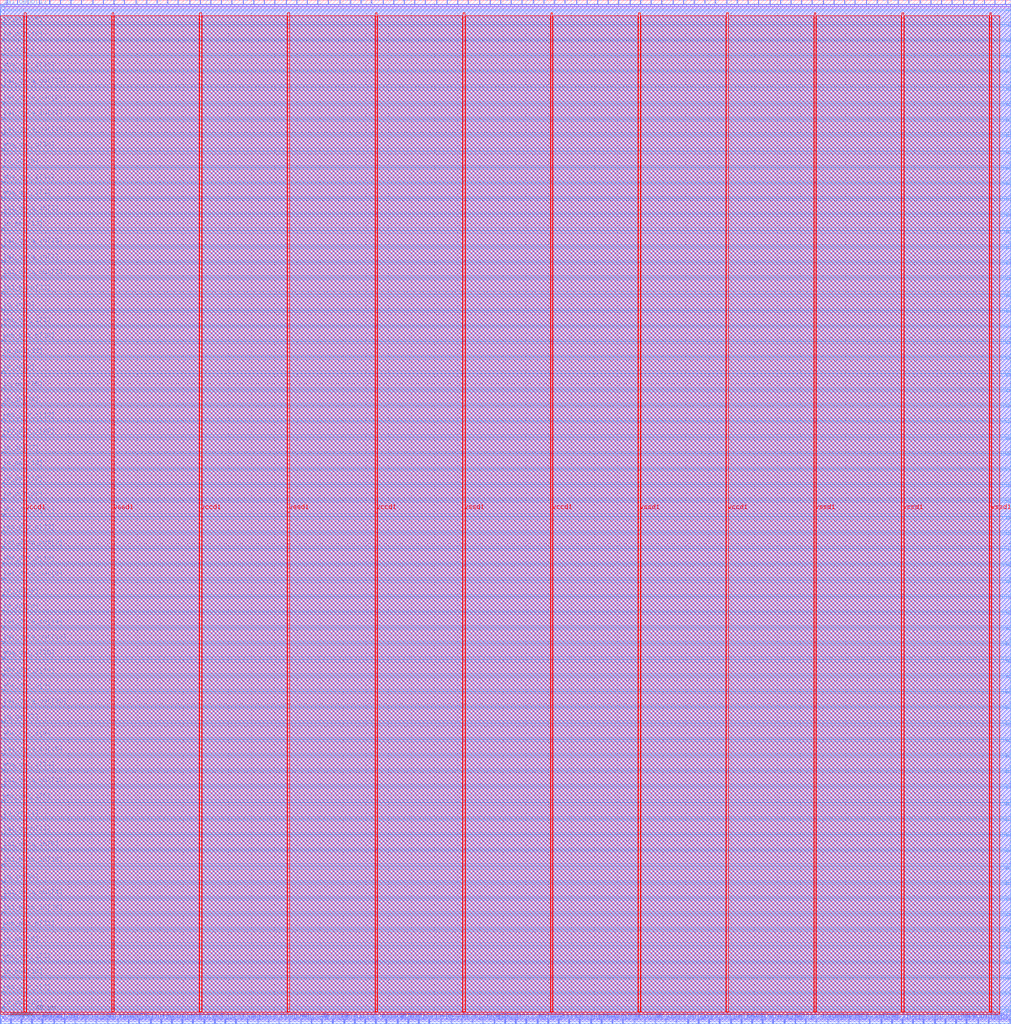
<source format=lef>
VERSION 5.7 ;
  NOWIREEXTENSIONATPIN ON ;
  DIVIDERCHAR "/" ;
  BUSBITCHARS "[]" ;
MACRO wrapped_silife
  CLASS BLOCK ;
  FOREIGN wrapped_silife ;
  ORIGIN 0.000 0.000 ;
  SIZE 884.725 BY 895.445 ;
  PIN active
    DIRECTION INPUT ;
    USE SIGNAL ;
    PORT
      LAYER met2 ;
        RECT 290.670 0.000 291.230 4.000 ;
    END
  END active
  PIN io_in[0]
    DIRECTION INPUT ;
    USE SIGNAL ;
    PORT
      LAYER met3 ;
        RECT 0.000 623.980 4.000 625.180 ;
    END
  END io_in[0]
  PIN io_in[10]
    DIRECTION INPUT ;
    USE SIGNAL ;
    PORT
      LAYER met2 ;
        RECT 33.990 891.445 34.550 895.445 ;
    END
  END io_in[10]
  PIN io_in[11]
    DIRECTION INPUT ;
    USE SIGNAL ;
    PORT
      LAYER met3 ;
        RECT 880.725 817.100 884.725 818.300 ;
    END
  END io_in[11]
  PIN io_in[12]
    DIRECTION INPUT ;
    USE SIGNAL ;
    PORT
      LAYER met2 ;
        RECT 43.190 891.445 43.750 895.445 ;
    END
  END io_in[12]
  PIN io_in[13]
    DIRECTION INPUT ;
    USE SIGNAL ;
    PORT
      LAYER met2 ;
        RECT 324.710 891.445 325.270 895.445 ;
    END
  END io_in[13]
  PIN io_in[14]
    DIRECTION INPUT ;
    USE SIGNAL ;
    PORT
      LAYER met2 ;
        RECT 459.950 0.000 460.510 4.000 ;
    END
  END io_in[14]
  PIN io_in[15]
    DIRECTION INPUT ;
    USE SIGNAL ;
    PORT
      LAYER met2 ;
        RECT 362.430 891.445 362.990 895.445 ;
    END
  END io_in[15]
  PIN io_in[16]
    DIRECTION INPUT ;
    USE SIGNAL ;
    PORT
      LAYER met2 ;
        RECT 823.350 891.445 823.910 895.445 ;
    END
  END io_in[16]
  PIN io_in[17]
    DIRECTION INPUT ;
    USE SIGNAL ;
    PORT
      LAYER met2 ;
        RECT 272.270 0.000 272.830 4.000 ;
    END
  END io_in[17]
  PIN io_in[18]
    DIRECTION INPUT ;
    USE SIGNAL ;
    PORT
      LAYER met3 ;
        RECT 0.000 373.740 4.000 374.940 ;
    END
  END io_in[18]
  PIN io_in[19]
    DIRECTION INPUT ;
    USE SIGNAL ;
    PORT
      LAYER met3 ;
        RECT 880.725 803.500 884.725 804.700 ;
    END
  END io_in[19]
  PIN io_in[1]
    DIRECTION INPUT ;
    USE SIGNAL ;
    PORT
      LAYER met3 ;
        RECT 0.000 847.020 4.000 848.220 ;
    END
  END io_in[1]
  PIN io_in[20]
    DIRECTION INPUT ;
    USE SIGNAL ;
    PORT
      LAYER met2 ;
        RECT 196.830 0.000 197.390 4.000 ;
    END
  END io_in[20]
  PIN io_in[21]
    DIRECTION INPUT ;
    USE SIGNAL ;
    PORT
      LAYER met2 ;
        RECT 466.390 891.445 466.950 895.445 ;
    END
  END io_in[21]
  PIN io_in[22]
    DIRECTION INPUT ;
    USE SIGNAL ;
    PORT
      LAYER met2 ;
        RECT 422.230 0.000 422.790 4.000 ;
    END
  END io_in[22]
  PIN io_in[23]
    DIRECTION INPUT ;
    USE SIGNAL ;
    PORT
      LAYER met2 ;
        RECT 61.590 891.445 62.150 895.445 ;
    END
  END io_in[23]
  PIN io_in[24]
    DIRECTION INPUT ;
    USE SIGNAL ;
    PORT
      LAYER met3 ;
        RECT 880.725 108.540 884.725 109.740 ;
    END
  END io_in[24]
  PIN io_in[25]
    DIRECTION INPUT ;
    USE SIGNAL ;
    PORT
      LAYER met3 ;
        RECT 880.725 636.220 884.725 637.420 ;
    END
  END io_in[25]
  PIN io_in[26]
    DIRECTION INPUT ;
    USE SIGNAL ;
    PORT
      LAYER met2 ;
        RECT 845.430 0.000 845.990 4.000 ;
    END
  END io_in[26]
  PIN io_in[27]
    DIRECTION INPUT ;
    USE SIGNAL ;
    PORT
      LAYER met3 ;
        RECT 0.000 498.860 4.000 500.060 ;
    END
  END io_in[27]
  PIN io_in[28]
    DIRECTION INPUT ;
    USE SIGNAL ;
    PORT
      LAYER met2 ;
        RECT 259.390 891.445 259.950 895.445 ;
    END
  END io_in[28]
  PIN io_in[29]
    DIRECTION INPUT ;
    USE SIGNAL ;
    PORT
      LAYER met2 ;
        RECT 102.990 0.000 103.550 4.000 ;
    END
  END io_in[29]
  PIN io_in[2]
    DIRECTION INPUT ;
    USE SIGNAL ;
    PORT
      LAYER met3 ;
        RECT 0.000 569.580 4.000 570.780 ;
    END
  END io_in[2]
  PIN io_in[30]
    DIRECTION INPUT ;
    USE SIGNAL ;
    PORT
      LAYER met3 ;
        RECT 0.000 123.500 4.000 124.700 ;
    END
  END io_in[30]
  PIN io_in[31]
    DIRECTION INPUT ;
    USE SIGNAL ;
    PORT
      LAYER met2 ;
        RECT 522.510 891.445 523.070 895.445 ;
    END
  END io_in[31]
  PIN io_in[32]
    DIRECTION INPUT ;
    USE SIGNAL ;
    PORT
      LAYER met2 ;
        RECT 563.910 0.000 564.470 4.000 ;
    END
  END io_in[32]
  PIN io_in[33]
    DIRECTION INPUT ;
    USE SIGNAL ;
    PORT
      LAYER met3 ;
        RECT 880.725 761.340 884.725 762.540 ;
    END
  END io_in[33]
  PIN io_in[34]
    DIRECTION INPUT ;
    USE SIGNAL ;
    PORT
      LAYER met3 ;
        RECT 0.000 541.020 4.000 542.220 ;
    END
  END io_in[34]
  PIN io_in[35]
    DIRECTION INPUT ;
    USE SIGNAL ;
    PORT
      LAYER met2 ;
        RECT 36.750 0.000 37.310 4.000 ;
    END
  END io_in[35]
  PIN io_in[36]
    DIRECTION INPUT ;
    USE SIGNAL ;
    PORT
      LAYER met3 ;
        RECT 0.000 360.140 4.000 361.340 ;
    END
  END io_in[36]
  PIN io_in[37]
    DIRECTION INPUT ;
    USE SIGNAL ;
    PORT
      LAYER met3 ;
        RECT 880.725 233.660 884.725 234.860 ;
    END
  END io_in[37]
  PIN io_in[3]
    DIRECTION INPUT ;
    USE SIGNAL ;
    PORT
      LAYER met2 ;
        RECT 240.070 891.445 240.630 895.445 ;
    END
  END io_in[3]
  PIN io_in[4]
    DIRECTION INPUT ;
    USE SIGNAL ;
    PORT
      LAYER met2 ;
        RECT 80.910 891.445 81.470 895.445 ;
    END
  END io_in[4]
  PIN io_in[5]
    DIRECTION INPUT ;
    USE SIGNAL ;
    PORT
      LAYER met2 ;
        RECT 337.590 0.000 338.150 4.000 ;
    END
  END io_in[5]
  PIN io_in[6]
    DIRECTION INPUT ;
    USE SIGNAL ;
    PORT
      LAYER met2 ;
        RECT 663.270 891.445 663.830 895.445 ;
    END
  END io_in[6]
  PIN io_in[7]
    DIRECTION INPUT ;
    USE SIGNAL ;
    PORT
      LAYER met2 ;
        RECT 578.630 891.445 579.190 895.445 ;
    END
  END io_in[7]
  PIN io_in[8]
    DIRECTION INPUT ;
    USE SIGNAL ;
    PORT
      LAYER met2 ;
        RECT 230.870 891.445 231.430 895.445 ;
    END
  END io_in[8]
  PIN io_in[9]
    DIRECTION INPUT ;
    USE SIGNAL ;
    PORT
      LAYER met3 ;
        RECT 880.725 872.860 884.725 874.060 ;
    END
  END io_in[9]
  PIN io_oeb[0]
    DIRECTION OUTPUT TRISTATE ;
    USE SIGNAL ;
    PORT
      LAYER met2 ;
        RECT 767.230 891.445 767.790 895.445 ;
    END
  END io_oeb[0]
  PIN io_oeb[10]
    DIRECTION OUTPUT TRISTATE ;
    USE SIGNAL ;
    PORT
      LAYER met3 ;
        RECT 0.000 471.660 4.000 472.860 ;
    END
  END io_oeb[10]
  PIN io_oeb[11]
    DIRECTION OUTPUT TRISTATE ;
    USE SIGNAL ;
    PORT
      LAYER met2 ;
        RECT 700.990 891.445 701.550 895.445 ;
    END
  END io_oeb[11]
  PIN io_oeb[12]
    DIRECTION OUTPUT TRISTATE ;
    USE SIGNAL ;
    PORT
      LAYER met3 ;
        RECT 880.725 664.780 884.725 665.980 ;
    END
  END io_oeb[12]
  PIN io_oeb[13]
    DIRECTION OUTPUT TRISTATE ;
    USE SIGNAL ;
    PORT
      LAYER met3 ;
        RECT 0.000 694.700 4.000 695.900 ;
    END
  END io_oeb[13]
  PIN io_oeb[14]
    DIRECTION OUTPUT TRISTATE ;
    USE SIGNAL ;
    PORT
      LAYER met3 ;
        RECT 880.725 400.940 884.725 402.140 ;
    END
  END io_oeb[14]
  PIN io_oeb[15]
    DIRECTION OUTPUT TRISTATE ;
    USE SIGNAL ;
    PORT
      LAYER met2 ;
        RECT 93.790 0.000 94.350 4.000 ;
    END
  END io_oeb[15]
  PIN io_oeb[16]
    DIRECTION OUTPUT TRISTATE ;
    USE SIGNAL ;
    PORT
      LAYER met2 ;
        RECT 789.310 0.000 789.870 4.000 ;
    END
  END io_oeb[16]
  PIN io_oeb[17]
    DIRECTION OUTPUT TRISTATE ;
    USE SIGNAL ;
    PORT
      LAYER met2 ;
        RECT 193.150 891.445 193.710 895.445 ;
    END
  END io_oeb[17]
  PIN io_oeb[18]
    DIRECTION OUTPUT TRISTATE ;
    USE SIGNAL ;
    PORT
      LAYER met3 ;
        RECT 0.000 485.260 4.000 486.460 ;
    END
  END io_oeb[18]
  PIN io_oeb[19]
    DIRECTION OUTPUT TRISTATE ;
    USE SIGNAL ;
    PORT
      LAYER met3 ;
        RECT 880.725 206.460 884.725 207.660 ;
    END
  END io_oeb[19]
  PIN io_oeb[1]
    DIRECTION OUTPUT TRISTATE ;
    USE SIGNAL ;
    PORT
      LAYER met3 ;
        RECT 0.000 179.260 4.000 180.460 ;
    END
  END io_oeb[1]
  PIN io_oeb[20]
    DIRECTION OUTPUT TRISTATE ;
    USE SIGNAL ;
    PORT
      LAYER met2 ;
        RECT 428.670 891.445 429.230 895.445 ;
    END
  END io_oeb[20]
  PIN io_oeb[21]
    DIRECTION OUTPUT TRISTATE ;
    USE SIGNAL ;
    PORT
      LAYER met2 ;
        RECT 334.830 891.445 335.390 895.445 ;
    END
  END io_oeb[21]
  PIN io_oeb[22]
    DIRECTION OUTPUT TRISTATE ;
    USE SIGNAL ;
    PORT
      LAYER met2 ;
        RECT 347.710 0.000 348.270 4.000 ;
    END
  END io_oeb[22]
  PIN io_oeb[23]
    DIRECTION OUTPUT TRISTATE ;
    USE SIGNAL ;
    PORT
      LAYER met3 ;
        RECT 0.000 13.340 4.000 14.540 ;
    END
  END io_oeb[23]
  PIN io_oeb[24]
    DIRECTION OUTPUT TRISTATE ;
    USE SIGNAL ;
    PORT
      LAYER met2 ;
        RECT 252.950 0.000 253.510 4.000 ;
    END
  END io_oeb[24]
  PIN io_oeb[25]
    DIRECTION OUTPUT TRISTATE ;
    USE SIGNAL ;
    PORT
      LAYER met2 ;
        RECT 751.590 0.000 752.150 4.000 ;
    END
  END io_oeb[25]
  PIN io_oeb[26]
    DIRECTION OUTPUT TRISTATE ;
    USE SIGNAL ;
    PORT
      LAYER met3 ;
        RECT 0.000 554.620 4.000 555.820 ;
    END
  END io_oeb[26]
  PIN io_oeb[27]
    DIRECTION OUTPUT TRISTATE ;
    USE SIGNAL ;
    PORT
      LAYER met3 ;
        RECT 880.725 483.900 884.725 485.100 ;
    END
  END io_oeb[27]
  PIN io_oeb[28]
    DIRECTION OUTPUT TRISTATE ;
    USE SIGNAL ;
    PORT
      LAYER met2 ;
        RECT 864.750 0.000 865.310 4.000 ;
    END
  END io_oeb[28]
  PIN io_oeb[29]
    DIRECTION OUTPUT TRISTATE ;
    USE SIGNAL ;
    PORT
      LAYER met2 ;
        RECT 666.950 0.000 667.510 4.000 ;
    END
  END io_oeb[29]
  PIN io_oeb[2]
    DIRECTION OUTPUT TRISTATE ;
    USE SIGNAL ;
    PORT
      LAYER met3 ;
        RECT 0.000 263.580 4.000 264.780 ;
    END
  END io_oeb[2]
  PIN io_oeb[30]
    DIRECTION OUTPUT TRISTATE ;
    USE SIGNAL ;
    PORT
      LAYER met3 ;
        RECT 880.725 539.660 884.725 540.860 ;
    END
  END io_oeb[30]
  PIN io_oeb[31]
    DIRECTION OUTPUT TRISTATE ;
    USE SIGNAL ;
    PORT
      LAYER met2 ;
        RECT 206.030 0.000 206.590 4.000 ;
    END
  END io_oeb[31]
  PIN io_oeb[32]
    DIRECTION OUTPUT TRISTATE ;
    USE SIGNAL ;
    PORT
      LAYER met2 ;
        RECT 344.030 891.445 344.590 895.445 ;
    END
  END io_oeb[32]
  PIN io_oeb[33]
    DIRECTION OUTPUT TRISTATE ;
    USE SIGNAL ;
    PORT
      LAYER met2 ;
        RECT 758.030 891.445 758.590 895.445 ;
    END
  END io_oeb[33]
  PIN io_oeb[34]
    DIRECTION OUTPUT TRISTATE ;
    USE SIGNAL ;
    PORT
      LAYER met3 ;
        RECT 880.725 553.260 884.725 554.460 ;
    END
  END io_oeb[34]
  PIN io_oeb[35]
    DIRECTION OUTPUT TRISTATE ;
    USE SIGNAL ;
    PORT
      LAYER met2 ;
        RECT 413.030 0.000 413.590 4.000 ;
    END
  END io_oeb[35]
  PIN io_oeb[36]
    DIRECTION OUTPUT TRISTATE ;
    USE SIGNAL ;
    PORT
      LAYER met2 ;
        RECT 873.950 0.000 874.510 4.000 ;
    END
  END io_oeb[36]
  PIN io_oeb[37]
    DIRECTION OUTPUT TRISTATE ;
    USE SIGNAL ;
    PORT
      LAYER met2 ;
        RECT 178.430 0.000 178.990 4.000 ;
    END
  END io_oeb[37]
  PIN io_oeb[3]
    DIRECTION OUTPUT TRISTATE ;
    USE SIGNAL ;
    PORT
      LAYER met3 ;
        RECT 880.725 191.500 884.725 192.700 ;
    END
  END io_oeb[3]
  PIN io_oeb[4]
    DIRECTION OUTPUT TRISTATE ;
    USE SIGNAL ;
    PORT
      LAYER met2 ;
        RECT 419.470 891.445 420.030 895.445 ;
    END
  END io_oeb[4]
  PIN io_oeb[5]
    DIRECTION OUTPUT TRISTATE ;
    USE SIGNAL ;
    PORT
      LAYER met3 ;
        RECT 0.000 749.100 4.000 750.300 ;
    END
  END io_oeb[5]
  PIN io_oeb[6]
    DIRECTION OUTPUT TRISTATE ;
    USE SIGNAL ;
    PORT
      LAYER met3 ;
        RECT 0.000 69.100 4.000 70.300 ;
    END
  END io_oeb[6]
  PIN io_oeb[7]
    DIRECTION OUTPUT TRISTATE ;
    USE SIGNAL ;
    PORT
      LAYER met2 ;
        RECT 447.070 891.445 447.630 895.445 ;
    END
  END io_oeb[7]
  PIN io_oeb[8]
    DIRECTION OUTPUT TRISTATE ;
    USE SIGNAL ;
    PORT
      LAYER met2 ;
        RECT 817.830 0.000 818.390 4.000 ;
    END
  END io_oeb[8]
  PIN io_oeb[9]
    DIRECTION OUTPUT TRISTATE ;
    USE SIGNAL ;
    PORT
      LAYER met3 ;
        RECT 880.725 441.740 884.725 442.940 ;
    END
  END io_oeb[9]
  PIN io_out[0]
    DIRECTION OUTPUT TRISTATE ;
    USE SIGNAL ;
    PORT
      LAYER met2 ;
        RECT 234.550 0.000 235.110 4.000 ;
    END
  END io_out[0]
  PIN io_out[10]
    DIRECTION OUTPUT TRISTATE ;
    USE SIGNAL ;
    PORT
      LAYER met3 ;
        RECT 0.000 40.540 4.000 41.740 ;
    END
  END io_out[10]
  PIN io_out[11]
    DIRECTION OUTPUT TRISTATE ;
    USE SIGNAL ;
    PORT
      LAYER met2 ;
        RECT 268.590 891.445 269.150 895.445 ;
    END
  END io_out[11]
  PIN io_out[12]
    DIRECTION OUTPUT TRISTATE ;
    USE SIGNAL ;
    PORT
      LAYER met2 ;
        RECT 676.150 0.000 676.710 4.000 ;
    END
  END io_out[12]
  PIN io_out[13]
    DIRECTION OUTPUT TRISTATE ;
    USE SIGNAL ;
    PORT
      LAYER met3 ;
        RECT 0.000 860.620 4.000 861.820 ;
    END
  END io_out[13]
  PIN io_out[14]
    DIRECTION OUTPUT TRISTATE ;
    USE SIGNAL ;
    PORT
      LAYER met3 ;
        RECT 880.725 470.300 884.725 471.500 ;
    END
  END io_out[14]
  PIN io_out[15]
    DIRECTION OUTPUT TRISTATE ;
    USE SIGNAL ;
    PORT
      LAYER met3 ;
        RECT 880.725 886.460 884.725 887.660 ;
    END
  END io_out[15]
  PIN io_out[16]
    DIRECTION OUTPUT TRISTATE ;
    USE SIGNAL ;
    PORT
      LAYER met2 ;
        RECT 437.870 891.445 438.430 895.445 ;
    END
  END io_out[16]
  PIN io_out[17]
    DIRECTION OUTPUT TRISTATE ;
    USE SIGNAL ;
    PORT
      LAYER met3 ;
        RECT 880.725 651.180 884.725 652.380 ;
    END
  END io_out[17]
  PIN io_out[18]
    DIRECTION OUTPUT TRISTATE ;
    USE SIGNAL ;
    PORT
      LAYER met2 ;
        RECT 710.190 891.445 710.750 895.445 ;
    END
  END io_out[18]
  PIN io_out[19]
    DIRECTION OUTPUT TRISTATE ;
    USE SIGNAL ;
    PORT
      LAYER met2 ;
        RECT 861.070 891.445 861.630 895.445 ;
    END
  END io_out[19]
  PIN io_out[1]
    DIRECTION OUTPUT TRISTATE ;
    USE SIGNAL ;
    PORT
      LAYER met2 ;
        RECT 286.990 891.445 287.550 895.445 ;
    END
  END io_out[1]
  PIN io_out[20]
    DIRECTION OUTPUT TRISTATE ;
    USE SIGNAL ;
    PORT
      LAYER met3 ;
        RECT 880.725 164.300 884.725 165.500 ;
    END
  END io_out[20]
  PIN io_out[21]
    DIRECTION OUTPUT TRISTATE ;
    USE SIGNAL ;
    PORT
      LAYER met2 ;
        RECT 616.350 891.445 616.910 895.445 ;
    END
  END io_out[21]
  PIN io_out[22]
    DIRECTION OUTPUT TRISTATE ;
    USE SIGNAL ;
    PORT
      LAYER met2 ;
        RECT 870.270 891.445 870.830 895.445 ;
    END
  END io_out[22]
  PIN io_out[23]
    DIRECTION OUTPUT TRISTATE ;
    USE SIGNAL ;
    PORT
      LAYER met3 ;
        RECT 0.000 458.060 4.000 459.260 ;
    END
  END io_out[23]
  PIN io_out[24]
    DIRECTION OUTPUT TRISTATE ;
    USE SIGNAL ;
    PORT
      LAYER met2 ;
        RECT 770.910 0.000 771.470 4.000 ;
    END
  END io_out[24]
  PIN io_out[25]
    DIRECTION OUTPUT TRISTATE ;
    USE SIGNAL ;
    PORT
      LAYER met3 ;
        RECT 880.725 177.900 884.725 179.100 ;
    END
  END io_out[25]
  PIN io_out[26]
    DIRECTION OUTPUT TRISTATE ;
    USE SIGNAL ;
    PORT
      LAYER met2 ;
        RECT 620.030 0.000 620.590 4.000 ;
    END
  END io_out[26]
  PIN io_out[27]
    DIRECTION OUTPUT TRISTATE ;
    USE SIGNAL ;
    PORT
      LAYER met2 ;
        RECT 155.430 891.445 155.990 895.445 ;
    END
  END io_out[27]
  PIN io_out[28]
    DIRECTION OUTPUT TRISTATE ;
    USE SIGNAL ;
    PORT
      LAYER met2 ;
        RECT 544.590 0.000 545.150 4.000 ;
    END
  END io_out[28]
  PIN io_out[29]
    DIRECTION OUTPUT TRISTATE ;
    USE SIGNAL ;
    PORT
      LAYER met2 ;
        RECT 65.270 0.000 65.830 4.000 ;
    END
  END io_out[29]
  PIN io_out[2]
    DIRECTION OUTPUT TRISTATE ;
    USE SIGNAL ;
    PORT
      LAYER met2 ;
        RECT 70.790 891.445 71.350 895.445 ;
    END
  END io_out[2]
  PIN io_out[30]
    DIRECTION OUTPUT TRISTATE ;
    USE SIGNAL ;
    PORT
      LAYER met3 ;
        RECT 880.725 316.620 884.725 317.820 ;
    END
  END io_out[30]
  PIN io_out[31]
    DIRECTION OUTPUT TRISTATE ;
    USE SIGNAL ;
    PORT
      LAYER met2 ;
        RECT 187.630 0.000 188.190 4.000 ;
    END
  END io_out[31]
  PIN io_out[32]
    DIRECTION OUTPUT TRISTATE ;
    USE SIGNAL ;
    PORT
      LAYER met2 ;
        RECT 723.990 0.000 724.550 4.000 ;
    END
  END io_out[32]
  PIN io_out[33]
    DIRECTION OUTPUT TRISTATE ;
    USE SIGNAL ;
    PORT
      LAYER met3 ;
        RECT 0.000 583.180 4.000 584.380 ;
    END
  END io_out[33]
  PIN io_out[34]
    DIRECTION OUTPUT TRISTATE ;
    USE SIGNAL ;
    PORT
      LAYER met3 ;
        RECT 0.000 874.220 4.000 875.420 ;
    END
  END io_out[34]
  PIN io_out[35]
    DIRECTION OUTPUT TRISTATE ;
    USE SIGNAL ;
    PORT
      LAYER met2 ;
        RECT 513.310 891.445 513.870 895.445 ;
    END
  END io_out[35]
  PIN io_out[36]
    DIRECTION OUTPUT TRISTATE ;
    USE SIGNAL ;
    PORT
      LAYER met2 ;
        RECT 644.870 891.445 645.430 895.445 ;
    END
  END io_out[36]
  PIN io_out[37]
    DIRECTION OUTPUT TRISTATE ;
    USE SIGNAL ;
    PORT
      LAYER met2 ;
        RECT 140.710 0.000 141.270 4.000 ;
    END
  END io_out[37]
  PIN io_out[3]
    DIRECTION OUTPUT TRISTATE ;
    USE SIGNAL ;
    PORT
      LAYER met3 ;
        RECT 880.725 734.140 884.725 735.340 ;
    END
  END io_out[3]
  PIN io_out[4]
    DIRECTION OUTPUT TRISTATE ;
    USE SIGNAL ;
    PORT
      LAYER met2 ;
        RECT 531.710 891.445 532.270 895.445 ;
    END
  END io_out[4]
  PIN io_out[5]
    DIRECTION OUTPUT TRISTATE ;
    USE SIGNAL ;
    PORT
      LAYER met2 ;
        RECT 526.190 0.000 526.750 4.000 ;
    END
  END io_out[5]
  PIN io_out[6]
    DIRECTION OUTPUT TRISTATE ;
    USE SIGNAL ;
    PORT
      LAYER met2 ;
        RECT 591.510 0.000 592.070 4.000 ;
    END
  END io_out[6]
  PIN io_out[7]
    DIRECTION OUTPUT TRISTATE ;
    USE SIGNAL ;
    PORT
      LAYER met2 ;
        RECT 328.390 0.000 328.950 4.000 ;
    END
  END io_out[7]
  PIN io_out[8]
    DIRECTION OUTPUT TRISTATE ;
    USE SIGNAL ;
    PORT
      LAYER met2 ;
        RECT 597.950 891.445 598.510 895.445 ;
    END
  END io_out[8]
  PIN io_out[9]
    DIRECTION OUTPUT TRISTATE ;
    USE SIGNAL ;
    PORT
      LAYER met3 ;
        RECT 880.725 497.500 884.725 498.700 ;
    END
  END io_out[9]
  PIN la1_data_in[0]
    DIRECTION INPUT ;
    USE SIGNAL ;
    PORT
      LAYER met3 ;
        RECT 880.725 122.140 884.725 123.340 ;
    END
  END la1_data_in[0]
  PIN la1_data_in[10]
    DIRECTION INPUT ;
    USE SIGNAL ;
    PORT
      LAYER met2 ;
        RECT 306.310 891.445 306.870 895.445 ;
    END
  END la1_data_in[10]
  PIN la1_data_in[11]
    DIRECTION INPUT ;
    USE SIGNAL ;
    PORT
      LAYER met2 ;
        RECT 99.310 891.445 99.870 895.445 ;
    END
  END la1_data_in[11]
  PIN la1_data_in[12]
    DIRECTION INPUT ;
    USE SIGNAL ;
    PORT
      LAYER met2 ;
        RECT 146.230 891.445 146.790 895.445 ;
    END
  END la1_data_in[12]
  PIN la1_data_in[13]
    DIRECTION INPUT ;
    USE SIGNAL ;
    PORT
      LAYER met3 ;
        RECT 0.000 679.740 4.000 680.940 ;
    END
  END la1_data_in[13]
  PIN la1_data_in[14]
    DIRECTION INPUT ;
    USE SIGNAL ;
    PORT
      LAYER met3 ;
        RECT 0.000 346.540 4.000 347.740 ;
    END
  END la1_data_in[14]
  PIN la1_data_in[15]
    DIRECTION INPUT ;
    USE SIGNAL ;
    PORT
      LAYER met3 ;
        RECT 0.000 235.020 4.000 236.220 ;
    END
  END la1_data_in[15]
  PIN la1_data_in[16]
    DIRECTION INPUT ;
    USE SIGNAL ;
    PORT
      LAYER met3 ;
        RECT 0.000 138.460 4.000 139.660 ;
    END
  END la1_data_in[16]
  PIN la1_data_in[17]
    DIRECTION INPUT ;
    USE SIGNAL ;
    PORT
      LAYER met2 ;
        RECT 827.030 0.000 827.590 4.000 ;
    END
  END la1_data_in[17]
  PIN la1_data_in[18]
    DIRECTION INPUT ;
    USE SIGNAL ;
    PORT
      LAYER met3 ;
        RECT 880.725 609.020 884.725 610.220 ;
    END
  END la1_data_in[18]
  PIN la1_data_in[19]
    DIRECTION INPUT ;
    USE SIGNAL ;
    PORT
      LAYER met2 ;
        RECT 46.870 0.000 47.430 4.000 ;
    END
  END la1_data_in[19]
  PIN la1_data_in[1]
    DIRECTION INPUT ;
    USE SIGNAL ;
    PORT
      LAYER met3 ;
        RECT 0.000 666.140 4.000 667.340 ;
    END
  END la1_data_in[1]
  PIN la1_data_in[20]
    DIRECTION INPUT ;
    USE SIGNAL ;
    PORT
      LAYER met2 ;
        RECT 300.790 0.000 301.350 4.000 ;
    END
  END la1_data_in[20]
  PIN la1_data_in[21]
    DIRECTION INPUT ;
    USE SIGNAL ;
    PORT
      LAYER met2 ;
        RECT 842.670 891.445 843.230 895.445 ;
    END
  END la1_data_in[21]
  PIN la1_data_in[22]
    DIRECTION INPUT ;
    USE SIGNAL ;
    PORT
      LAYER met2 ;
        RECT 353.230 891.445 353.790 895.445 ;
    END
  END la1_data_in[22]
  PIN la1_data_in[23]
    DIRECTION INPUT ;
    USE SIGNAL ;
    PORT
      LAYER met2 ;
        RECT 686.270 0.000 686.830 4.000 ;
    END
  END la1_data_in[23]
  PIN la1_data_in[24]
    DIRECTION INPUT ;
    USE SIGNAL ;
    PORT
      LAYER met2 ;
        RECT 277.790 891.445 278.350 895.445 ;
    END
  END la1_data_in[24]
  PIN la1_data_in[25]
    DIRECTION INPUT ;
    USE SIGNAL ;
    PORT
      LAYER met3 ;
        RECT 0.000 96.300 4.000 97.500 ;
    END
  END la1_data_in[25]
  PIN la1_data_in[26]
    DIRECTION INPUT ;
    USE SIGNAL ;
    PORT
      LAYER met3 ;
        RECT 880.725 260.860 884.725 262.060 ;
    END
  END la1_data_in[26]
  PIN la1_data_in[27]
    DIRECTION INPUT ;
    USE SIGNAL ;
    PORT
      LAYER met3 ;
        RECT 0.000 791.260 4.000 792.460 ;
    END
  END la1_data_in[27]
  PIN la1_data_in[28]
    DIRECTION INPUT ;
    USE SIGNAL ;
    PORT
      LAYER met3 ;
        RECT 880.725 845.660 884.725 846.860 ;
    END
  END la1_data_in[28]
  PIN la1_data_in[29]
    DIRECTION INPUT ;
    USE SIGNAL ;
    PORT
      LAYER met2 ;
        RECT 5.470 891.445 6.030 895.445 ;
    END
  END la1_data_in[29]
  PIN la1_data_in[2]
    DIRECTION INPUT ;
    USE SIGNAL ;
    PORT
      LAYER met3 ;
        RECT 0.000 708.300 4.000 709.500 ;
    END
  END la1_data_in[2]
  PIN la1_data_in[30]
    DIRECTION INPUT ;
    USE SIGNAL ;
    PORT
      LAYER met2 ;
        RECT 610.830 0.000 611.390 4.000 ;
    END
  END la1_data_in[30]
  PIN la1_data_in[31]
    DIRECTION INPUT ;
    USE SIGNAL ;
    PORT
      LAYER met2 ;
        RECT 733.190 0.000 733.750 4.000 ;
    END
  END la1_data_in[31]
  PIN la1_data_in[3]
    DIRECTION INPUT ;
    USE SIGNAL ;
    PORT
      LAYER met3 ;
        RECT 880.725 428.140 884.725 429.340 ;
    END
  END la1_data_in[3]
  PIN la1_data_in[4]
    DIRECTION INPUT ;
    USE SIGNAL ;
    PORT
      LAYER met2 ;
        RECT 475.590 891.445 476.150 895.445 ;
    END
  END la1_data_in[4]
  PIN la1_data_in[5]
    DIRECTION INPUT ;
    USE SIGNAL ;
    PORT
      LAYER met2 ;
        RECT 855.550 0.000 856.110 4.000 ;
    END
  END la1_data_in[5]
  PIN la1_data_in[6]
    DIRECTION INPUT ;
    USE SIGNAL ;
    PORT
      LAYER met2 ;
        RECT 798.510 0.000 799.070 4.000 ;
    END
  END la1_data_in[6]
  PIN la1_data_in[7]
    DIRECTION INPUT ;
    USE SIGNAL ;
    PORT
      LAYER met2 ;
        RECT 484.790 891.445 485.350 895.445 ;
    END
  END la1_data_in[7]
  PIN la1_data_in[8]
    DIRECTION INPUT ;
    USE SIGNAL ;
    PORT
      LAYER met3 ;
        RECT 880.725 39.180 884.725 40.380 ;
    END
  END la1_data_in[8]
  PIN la1_data_in[9]
    DIRECTION INPUT ;
    USE SIGNAL ;
    PORT
      LAYER met3 ;
        RECT 0.000 152.060 4.000 153.260 ;
    END
  END la1_data_in[9]
  PIN la1_data_out[0]
    DIRECTION OUTPUT TRISTATE ;
    USE SIGNAL ;
    PORT
      LAYER met3 ;
        RECT 880.725 52.780 884.725 53.980 ;
    END
  END la1_data_out[0]
  PIN la1_data_out[10]
    DIRECTION OUTPUT TRISTATE ;
    USE SIGNAL ;
    PORT
      LAYER met3 ;
        RECT 0.000 777.660 4.000 778.860 ;
    END
  END la1_data_out[10]
  PIN la1_data_out[11]
    DIRECTION OUTPUT TRISTATE ;
    USE SIGNAL ;
    PORT
      LAYER met2 ;
        RECT 108.510 891.445 109.070 895.445 ;
    END
  END la1_data_out[11]
  PIN la1_data_out[12]
    DIRECTION OUTPUT TRISTATE ;
    USE SIGNAL ;
    PORT
      LAYER met3 ;
        RECT 0.000 332.940 4.000 334.140 ;
    END
  END la1_data_out[12]
  PIN la1_data_out[13]
    DIRECTION OUTPUT TRISTATE ;
    USE SIGNAL ;
    PORT
      LAYER met2 ;
        RECT 131.510 0.000 132.070 4.000 ;
    END
  END la1_data_out[13]
  PIN la1_data_out[14]
    DIRECTION OUTPUT TRISTATE ;
    USE SIGNAL ;
    PORT
      LAYER met2 ;
        RECT 470.070 0.000 470.630 4.000 ;
    END
  END la1_data_out[14]
  PIN la1_data_out[15]
    DIRECTION OUTPUT TRISTATE ;
    USE SIGNAL ;
    PORT
      LAYER met2 ;
        RECT 729.510 891.445 730.070 895.445 ;
    END
  END la1_data_out[15]
  PIN la1_data_out[16]
    DIRECTION OUTPUT TRISTATE ;
    USE SIGNAL ;
    PORT
      LAYER met2 ;
        RECT 371.630 891.445 372.190 895.445 ;
    END
  END la1_data_out[16]
  PIN la1_data_out[17]
    DIRECTION OUTPUT TRISTATE ;
    USE SIGNAL ;
    PORT
      LAYER met3 ;
        RECT 880.725 526.060 884.725 527.260 ;
    END
  END la1_data_out[17]
  PIN la1_data_out[18]
    DIRECTION OUTPUT TRISTATE ;
    USE SIGNAL ;
    PORT
      LAYER met3 ;
        RECT 0.000 207.820 4.000 209.020 ;
    END
  END la1_data_out[18]
  PIN la1_data_out[19]
    DIRECTION OUTPUT TRISTATE ;
    USE SIGNAL ;
    PORT
      LAYER met3 ;
        RECT 880.725 691.980 884.725 693.180 ;
    END
  END la1_data_out[19]
  PIN la1_data_out[1]
    DIRECTION OUTPUT TRISTATE ;
    USE SIGNAL ;
    PORT
      LAYER met2 ;
        RECT 456.270 891.445 456.830 895.445 ;
    END
  END la1_data_out[1]
  PIN la1_data_out[20]
    DIRECTION OUTPUT TRISTATE ;
    USE SIGNAL ;
    PORT
      LAYER met3 ;
        RECT 0.000 277.180 4.000 278.380 ;
    END
  END la1_data_out[20]
  PIN la1_data_out[21]
    DIRECTION OUTPUT TRISTATE ;
    USE SIGNAL ;
    PORT
      LAYER met2 ;
        RECT 127.830 891.445 128.390 895.445 ;
    END
  END la1_data_out[21]
  PIN la1_data_out[22]
    DIRECTION OUTPUT TRISTATE ;
    USE SIGNAL ;
    PORT
      LAYER met2 ;
        RECT 250.190 891.445 250.750 895.445 ;
    END
  END la1_data_out[22]
  PIN la1_data_out[23]
    DIRECTION OUTPUT TRISTATE ;
    USE SIGNAL ;
    PORT
      LAYER met3 ;
        RECT 0.000 819.820 4.000 821.020 ;
    END
  END la1_data_out[23]
  PIN la1_data_out[24]
    DIRECTION OUTPUT TRISTATE ;
    USE SIGNAL ;
    PORT
      LAYER met3 ;
        RECT 0.000 652.540 4.000 653.740 ;
    END
  END la1_data_out[24]
  PIN la1_data_out[25]
    DIRECTION OUTPUT TRISTATE ;
    USE SIGNAL ;
    PORT
      LAYER met3 ;
        RECT 880.725 456.700 884.725 457.900 ;
    END
  END la1_data_out[25]
  PIN la1_data_out[26]
    DIRECTION OUTPUT TRISTATE ;
    USE SIGNAL ;
    PORT
      LAYER met3 ;
        RECT 880.725 511.100 884.725 512.300 ;
    END
  END la1_data_out[26]
  PIN la1_data_out[27]
    DIRECTION OUTPUT TRISTATE ;
    USE SIGNAL ;
    PORT
      LAYER met3 ;
        RECT 0.000 804.860 4.000 806.060 ;
    END
  END la1_data_out[27]
  PIN la1_data_out[28]
    DIRECTION OUTPUT TRISTATE ;
    USE SIGNAL ;
    PORT
      LAYER met2 ;
        RECT 794.830 891.445 795.390 895.445 ;
    END
  END la1_data_out[28]
  PIN la1_data_out[29]
    DIRECTION OUTPUT TRISTATE ;
    USE SIGNAL ;
    PORT
      LAYER met3 ;
        RECT 880.725 345.180 884.725 346.380 ;
    END
  END la1_data_out[29]
  PIN la1_data_out[2]
    DIRECTION OUTPUT TRISTATE ;
    USE SIGNAL ;
    PORT
      LAYER met2 ;
        RECT 309.990 0.000 310.550 4.000 ;
    END
  END la1_data_out[2]
  PIN la1_data_out[30]
    DIRECTION OUTPUT TRISTATE ;
    USE SIGNAL ;
    PORT
      LAYER met2 ;
        RECT 52.390 891.445 52.950 895.445 ;
    END
  END la1_data_out[30]
  PIN la1_data_out[31]
    DIRECTION OUTPUT TRISTATE ;
    USE SIGNAL ;
    PORT
      LAYER met2 ;
        RECT 691.790 891.445 692.350 895.445 ;
    END
  END la1_data_out[31]
  PIN la1_data_out[3]
    DIRECTION OUTPUT TRISTATE ;
    USE SIGNAL ;
    PORT
      LAYER met3 ;
        RECT 0.000 388.700 4.000 389.900 ;
    END
  END la1_data_out[3]
  PIN la1_data_out[4]
    DIRECTION OUTPUT TRISTATE ;
    USE SIGNAL ;
    PORT
      LAYER met3 ;
        RECT 0.000 109.900 4.000 111.100 ;
    END
  END la1_data_out[4]
  PIN la1_data_out[5]
    DIRECTION OUTPUT TRISTATE ;
    USE SIGNAL ;
    PORT
      LAYER met2 ;
        RECT 319.190 0.000 319.750 4.000 ;
    END
  END la1_data_out[5]
  PIN la1_data_out[6]
    DIRECTION OUTPUT TRISTATE ;
    USE SIGNAL ;
    PORT
      LAYER met2 ;
        RECT 648.550 0.000 649.110 4.000 ;
    END
  END la1_data_out[6]
  PIN la1_data_out[7]
    DIRECTION OUTPUT TRISTATE ;
    USE SIGNAL ;
    PORT
      LAYER met3 ;
        RECT 880.725 581.820 884.725 583.020 ;
    END
  END la1_data_out[7]
  PIN la1_data_out[8]
    DIRECTION OUTPUT TRISTATE ;
    USE SIGNAL ;
    PORT
      LAYER met2 ;
        RECT 704.670 0.000 705.230 4.000 ;
    END
  END la1_data_out[8]
  PIN la1_data_out[9]
    DIRECTION OUTPUT TRISTATE ;
    USE SIGNAL ;
    PORT
      LAYER met3 ;
        RECT 0.000 415.900 4.000 417.100 ;
    END
  END la1_data_out[9]
  PIN la1_oenb[0]
    DIRECTION INPUT ;
    USE SIGNAL ;
    PORT
      LAYER met2 ;
        RECT 18.350 0.000 18.910 4.000 ;
    END
  END la1_oenb[0]
  PIN la1_oenb[10]
    DIRECTION INPUT ;
    USE SIGNAL ;
    PORT
      LAYER met2 ;
        RECT 121.390 0.000 121.950 4.000 ;
    END
  END la1_oenb[10]
  PIN la1_oenb[11]
    DIRECTION INPUT ;
    USE SIGNAL ;
    PORT
      LAYER met3 ;
        RECT 0.000 165.660 4.000 166.860 ;
    END
  END la1_oenb[11]
  PIN la1_oenb[12]
    DIRECTION INPUT ;
    USE SIGNAL ;
    PORT
      LAYER met2 ;
        RECT 540.910 891.445 541.470 895.445 ;
    END
  END la1_oenb[12]
  PIN la1_oenb[13]
    DIRECTION INPUT ;
    USE SIGNAL ;
    PORT
      LAYER met2 ;
        RECT 506.870 0.000 507.430 4.000 ;
    END
  END la1_oenb[13]
  PIN la1_oenb[14]
    DIRECTION INPUT ;
    USE SIGNAL ;
    PORT
      LAYER met2 ;
        RECT 243.750 0.000 244.310 4.000 ;
    END
  END la1_oenb[14]
  PIN la1_oenb[15]
    DIRECTION INPUT ;
    USE SIGNAL ;
    PORT
      LAYER met2 ;
        RECT 479.270 0.000 479.830 4.000 ;
    END
  END la1_oenb[15]
  PIN la1_oenb[16]
    DIRECTION INPUT ;
    USE SIGNAL ;
    PORT
      LAYER met3 ;
        RECT 880.725 94.940 884.725 96.140 ;
    END
  END la1_oenb[16]
  PIN la1_oenb[17]
    DIRECTION INPUT ;
    USE SIGNAL ;
    PORT
      LAYER met3 ;
        RECT 0.000 889.180 4.000 890.380 ;
    END
  END la1_oenb[17]
  PIN la1_oenb[18]
    DIRECTION INPUT ;
    USE SIGNAL ;
    PORT
      LAYER met2 ;
        RECT 497.670 0.000 498.230 4.000 ;
    END
  END la1_oenb[18]
  PIN la1_oenb[19]
    DIRECTION INPUT ;
    USE SIGNAL ;
    PORT
      LAYER met2 ;
        RECT 654.070 891.445 654.630 895.445 ;
    END
  END la1_oenb[19]
  PIN la1_oenb[1]
    DIRECTION INPUT ;
    USE SIGNAL ;
    PORT
      LAYER met2 ;
        RECT 639.350 0.000 639.910 4.000 ;
    END
  END la1_oenb[1]
  PIN la1_oenb[20]
    DIRECTION INPUT ;
    USE SIGNAL ;
    PORT
      LAYER met3 ;
        RECT 880.725 247.260 884.725 248.460 ;
    END
  END la1_oenb[20]
  PIN la1_oenb[21]
    DIRECTION INPUT ;
    USE SIGNAL ;
    PORT
      LAYER met2 ;
        RECT 879.470 891.445 880.030 895.445 ;
    END
  END la1_oenb[21]
  PIN la1_oenb[22]
    DIRECTION INPUT ;
    USE SIGNAL ;
    PORT
      LAYER met3 ;
        RECT 880.725 135.740 884.725 136.940 ;
    END
  END la1_oenb[22]
  PIN la1_oenb[23]
    DIRECTION INPUT ;
    USE SIGNAL ;
    PORT
      LAYER met3 ;
        RECT 0.000 638.940 4.000 640.140 ;
    END
  END la1_oenb[23]
  PIN la1_oenb[24]
    DIRECTION INPUT ;
    USE SIGNAL ;
    PORT
      LAYER met3 ;
        RECT 880.725 720.540 884.725 721.740 ;
    END
  END la1_oenb[24]
  PIN la1_oenb[25]
    DIRECTION INPUT ;
    USE SIGNAL ;
    PORT
      LAYER met2 ;
        RECT 713.870 0.000 714.430 4.000 ;
    END
  END la1_oenb[25]
  PIN la1_oenb[26]
    DIRECTION INPUT ;
    USE SIGNAL ;
    PORT
      LAYER met2 ;
        RECT 804.950 891.445 805.510 895.445 ;
    END
  END la1_oenb[26]
  PIN la1_oenb[27]
    DIRECTION INPUT ;
    USE SIGNAL ;
    PORT
      LAYER met2 ;
        RECT 601.630 0.000 602.190 4.000 ;
    END
  END la1_oenb[27]
  PIN la1_oenb[28]
    DIRECTION INPUT ;
    USE SIGNAL ;
    PORT
      LAYER met2 ;
        RECT 569.430 891.445 569.990 895.445 ;
    END
  END la1_oenb[28]
  PIN la1_oenb[29]
    DIRECTION INPUT ;
    USE SIGNAL ;
    PORT
      LAYER met2 ;
        RECT 83.670 0.000 84.230 4.000 ;
    END
  END la1_oenb[29]
  PIN la1_oenb[2]
    DIRECTION INPUT ;
    USE SIGNAL ;
    PORT
      LAYER met2 ;
        RECT 23.870 891.445 24.430 895.445 ;
    END
  END la1_oenb[2]
  PIN la1_oenb[30]
    DIRECTION INPUT ;
    USE SIGNAL ;
    PORT
      LAYER met2 ;
        RECT 366.110 0.000 366.670 4.000 ;
    END
  END la1_oenb[30]
  PIN la1_oenb[31]
    DIRECTION INPUT ;
    USE SIGNAL ;
    PORT
      LAYER met2 ;
        RECT 174.750 891.445 175.310 895.445 ;
    END
  END la1_oenb[31]
  PIN la1_oenb[3]
    DIRECTION INPUT ;
    USE SIGNAL ;
    PORT
      LAYER met2 ;
        RECT 168.310 0.000 168.870 4.000 ;
    END
  END la1_oenb[3]
  PIN la1_oenb[4]
    DIRECTION INPUT ;
    USE SIGNAL ;
    PORT
      LAYER met2 ;
        RECT 629.230 0.000 629.790 4.000 ;
    END
  END la1_oenb[4]
  PIN la1_oenb[5]
    DIRECTION INPUT ;
    USE SIGNAL ;
    PORT
      LAYER met2 ;
        RECT 588.750 891.445 589.310 895.445 ;
    END
  END la1_oenb[5]
  PIN la1_oenb[6]
    DIRECTION INPUT ;
    USE SIGNAL ;
    PORT
      LAYER met3 ;
        RECT 880.725 789.900 884.725 791.100 ;
    END
  END la1_oenb[6]
  PIN la1_oenb[7]
    DIRECTION INPUT ;
    USE SIGNAL ;
    PORT
      LAYER met2 ;
        RECT 315.510 891.445 316.070 895.445 ;
    END
  END la1_oenb[7]
  PIN la1_oenb[8]
    DIRECTION INPUT ;
    USE SIGNAL ;
    PORT
      LAYER met2 ;
        RECT 183.950 891.445 184.510 895.445 ;
    END
  END la1_oenb[8]
  PIN la1_oenb[9]
    DIRECTION INPUT ;
    USE SIGNAL ;
    PORT
      LAYER met2 ;
        RECT 607.150 891.445 607.710 895.445 ;
    END
  END la1_oenb[9]
  PIN vccd1
    DIRECTION INPUT ;
    USE POWER ;
    PORT
      LAYER met4 ;
        RECT 21.040 10.640 22.640 884.240 ;
    END
    PORT
      LAYER met4 ;
        RECT 174.640 10.640 176.240 884.240 ;
    END
    PORT
      LAYER met4 ;
        RECT 328.240 10.640 329.840 884.240 ;
    END
    PORT
      LAYER met4 ;
        RECT 481.840 10.640 483.440 884.240 ;
    END
    PORT
      LAYER met4 ;
        RECT 635.440 10.640 637.040 884.240 ;
    END
    PORT
      LAYER met4 ;
        RECT 789.040 10.640 790.640 884.240 ;
    END
  END vccd1
  PIN vssd1
    DIRECTION INPUT ;
    USE GROUND ;
    PORT
      LAYER met4 ;
        RECT 97.840 10.640 99.440 884.240 ;
    END
    PORT
      LAYER met4 ;
        RECT 251.440 10.640 253.040 884.240 ;
    END
    PORT
      LAYER met4 ;
        RECT 405.040 10.640 406.640 884.240 ;
    END
    PORT
      LAYER met4 ;
        RECT 558.640 10.640 560.240 884.240 ;
    END
    PORT
      LAYER met4 ;
        RECT 712.240 10.640 713.840 884.240 ;
    END
    PORT
      LAYER met4 ;
        RECT 865.840 10.640 867.440 884.240 ;
    END
  END vssd1
  PIN wb_clk_i
    DIRECTION INPUT ;
    USE SIGNAL ;
    PORT
      LAYER met2 ;
        RECT 780.110 0.000 780.670 4.000 ;
    END
  END wb_clk_i
  PIN wb_rst_i
    DIRECTION INPUT ;
    USE SIGNAL ;
    PORT
      LAYER met2 ;
        RECT 493.990 891.445 494.550 895.445 ;
    END
  END wb_rst_i
  PIN wbs_ack_o
    DIRECTION OUTPUT TRISTATE ;
    USE SIGNAL ;
    PORT
      LAYER met3 ;
        RECT 880.725 25.580 884.725 26.780 ;
    END
  END wbs_ack_o
  PIN wbs_adr_i[0]
    DIRECTION INPUT ;
    USE SIGNAL ;
    PORT
      LAYER met2 ;
        RECT 814.150 891.445 814.710 895.445 ;
    END
  END wbs_adr_i[0]
  PIN wbs_adr_i[10]
    DIRECTION INPUT ;
    USE SIGNAL ;
    PORT
      LAYER met2 ;
        RECT 673.390 891.445 673.950 895.445 ;
    END
  END wbs_adr_i[10]
  PIN wbs_adr_i[11]
    DIRECTION INPUT ;
    USE SIGNAL ;
    PORT
      LAYER met2 ;
        RECT 212.470 891.445 213.030 895.445 ;
    END
  END wbs_adr_i[11]
  PIN wbs_adr_i[12]
    DIRECTION INPUT ;
    USE SIGNAL ;
    PORT
      LAYER met3 ;
        RECT 0.000 527.420 4.000 528.620 ;
    END
  END wbs_adr_i[12]
  PIN wbs_adr_i[13]
    DIRECTION INPUT ;
    USE SIGNAL ;
    PORT
      LAYER met2 ;
        RECT 202.350 891.445 202.910 895.445 ;
    END
  END wbs_adr_i[13]
  PIN wbs_adr_i[14]
    DIRECTION INPUT ;
    USE SIGNAL ;
    PORT
      LAYER met3 ;
        RECT 880.725 414.540 884.725 415.740 ;
    END
  END wbs_adr_i[14]
  PIN wbs_adr_i[15]
    DIRECTION INPUT ;
    USE SIGNAL ;
    PORT
      LAYER met3 ;
        RECT 880.725 358.780 884.725 359.980 ;
    END
  END wbs_adr_i[15]
  PIN wbs_adr_i[16]
    DIRECTION INPUT ;
    USE SIGNAL ;
    PORT
      LAYER met2 ;
        RECT 432.350 0.000 432.910 4.000 ;
    END
  END wbs_adr_i[16]
  PIN wbs_adr_i[17]
    DIRECTION INPUT ;
    USE SIGNAL ;
    PORT
      LAYER met3 ;
        RECT 880.725 289.420 884.725 290.620 ;
    END
  END wbs_adr_i[17]
  PIN wbs_adr_i[18]
    DIRECTION INPUT ;
    USE SIGNAL ;
    PORT
      LAYER met3 ;
        RECT 880.725 10.620 884.725 11.820 ;
    END
  END wbs_adr_i[18]
  PIN wbs_adr_i[19]
    DIRECTION INPUT ;
    USE SIGNAL ;
    PORT
      LAYER met2 ;
        RECT 657.750 0.000 658.310 4.000 ;
    END
  END wbs_adr_i[19]
  PIN wbs_adr_i[1]
    DIRECTION INPUT ;
    USE SIGNAL ;
    PORT
      LAYER met2 ;
        RECT 776.430 891.445 776.990 895.445 ;
    END
  END wbs_adr_i[1]
  PIN wbs_adr_i[20]
    DIRECTION INPUT ;
    USE SIGNAL ;
    PORT
      LAYER met3 ;
        RECT 880.725 776.300 884.725 777.500 ;
    END
  END wbs_adr_i[20]
  PIN wbs_adr_i[21]
    DIRECTION INPUT ;
    USE SIGNAL ;
    PORT
      LAYER met2 ;
        RECT 385.430 0.000 385.990 4.000 ;
    END
  END wbs_adr_i[21]
  PIN wbs_adr_i[22]
    DIRECTION INPUT ;
    USE SIGNAL ;
    PORT
      LAYER met2 ;
        RECT 554.710 0.000 555.270 4.000 ;
    END
  END wbs_adr_i[22]
  PIN wbs_adr_i[23]
    DIRECTION INPUT ;
    USE SIGNAL ;
    PORT
      LAYER met2 ;
        RECT 836.230 0.000 836.790 4.000 ;
    END
  END wbs_adr_i[23]
  PIN wbs_adr_i[24]
    DIRECTION INPUT ;
    USE SIGNAL ;
    PORT
      LAYER met2 ;
        RECT 400.150 891.445 400.710 895.445 ;
    END
  END wbs_adr_i[24]
  PIN wbs_adr_i[25]
    DIRECTION INPUT ;
    USE SIGNAL ;
    PORT
      LAYER met2 ;
        RECT 375.310 0.000 375.870 4.000 ;
    END
  END wbs_adr_i[25]
  PIN wbs_adr_i[26]
    DIRECTION INPUT ;
    USE SIGNAL ;
    PORT
      LAYER met2 ;
        RECT 74.470 0.000 75.030 4.000 ;
    END
  END wbs_adr_i[26]
  PIN wbs_adr_i[27]
    DIRECTION INPUT ;
    USE SIGNAL ;
    PORT
      LAYER met2 ;
        RECT 551.030 891.445 551.590 895.445 ;
    END
  END wbs_adr_i[27]
  PIN wbs_adr_i[28]
    DIRECTION INPUT ;
    USE SIGNAL ;
    PORT
      LAYER met3 ;
        RECT 880.725 303.020 884.725 304.220 ;
    END
  END wbs_adr_i[28]
  PIN wbs_adr_i[29]
    DIRECTION INPUT ;
    USE SIGNAL ;
    PORT
      LAYER met3 ;
        RECT 880.725 678.380 884.725 679.580 ;
    END
  END wbs_adr_i[29]
  PIN wbs_adr_i[2]
    DIRECTION INPUT ;
    USE SIGNAL ;
    PORT
      LAYER met2 ;
        RECT 263.070 0.000 263.630 4.000 ;
    END
  END wbs_adr_i[2]
  PIN wbs_adr_i[30]
    DIRECTION INPUT ;
    USE SIGNAL ;
    PORT
      LAYER met2 ;
        RECT 851.870 891.445 852.430 895.445 ;
    END
  END wbs_adr_i[30]
  PIN wbs_adr_i[31]
    DIRECTION INPUT ;
    USE SIGNAL ;
    PORT
      LAYER met3 ;
        RECT 880.725 150.700 884.725 151.900 ;
    END
  END wbs_adr_i[31]
  PIN wbs_adr_i[3]
    DIRECTION INPUT ;
    USE SIGNAL ;
    PORT
      LAYER met3 ;
        RECT 0.000 54.140 4.000 55.340 ;
    END
  END wbs_adr_i[3]
  PIN wbs_adr_i[4]
    DIRECTION INPUT ;
    USE SIGNAL ;
    PORT
      LAYER met3 ;
        RECT 0.000 721.900 4.000 723.100 ;
    END
  END wbs_adr_i[4]
  PIN wbs_adr_i[5]
    DIRECTION INPUT ;
    USE SIGNAL ;
    PORT
      LAYER met2 ;
        RECT 516.990 0.000 517.550 4.000 ;
    END
  END wbs_adr_i[5]
  PIN wbs_adr_i[6]
    DIRECTION INPUT ;
    USE SIGNAL ;
    PORT
      LAYER met2 ;
        RECT 216.150 0.000 216.710 4.000 ;
    END
  END wbs_adr_i[6]
  PIN wbs_adr_i[7]
    DIRECTION INPUT ;
    USE SIGNAL ;
    PORT
      LAYER met3 ;
        RECT 0.000 26.940 4.000 28.140 ;
    END
  END wbs_adr_i[7]
  PIN wbs_adr_i[8]
    DIRECTION INPUT ;
    USE SIGNAL ;
    PORT
      LAYER met2 ;
        RECT 695.470 0.000 696.030 4.000 ;
    END
  END wbs_adr_i[8]
  PIN wbs_adr_i[9]
    DIRECTION INPUT ;
    USE SIGNAL ;
    PORT
      LAYER met2 ;
        RECT 883.150 0.000 883.710 4.000 ;
    END
  END wbs_adr_i[9]
  PIN wbs_cyc_i
    DIRECTION INPUT ;
    USE SIGNAL ;
    PORT
      LAYER met2 ;
        RECT 504.110 891.445 504.670 895.445 ;
    END
  END wbs_cyc_i
  PIN wbs_dat_i[0]
    DIRECTION INPUT ;
    USE SIGNAL ;
    PORT
      LAYER met3 ;
        RECT 0.000 194.220 4.000 195.420 ;
    END
  END wbs_dat_i[0]
  PIN wbs_dat_i[10]
    DIRECTION INPUT ;
    USE SIGNAL ;
    PORT
      LAYER met2 ;
        RECT 118.630 891.445 119.190 895.445 ;
    END
  END wbs_dat_i[10]
  PIN wbs_dat_i[11]
    DIRECTION INPUT ;
    USE SIGNAL ;
    PORT
      LAYER met2 ;
        RECT 165.550 891.445 166.110 895.445 ;
    END
  END wbs_dat_i[11]
  PIN wbs_dat_i[12]
    DIRECTION INPUT ;
    USE SIGNAL ;
    PORT
      LAYER met2 ;
        RECT 137.030 891.445 137.590 895.445 ;
    END
  END wbs_dat_i[12]
  PIN wbs_dat_i[13]
    DIRECTION INPUT ;
    USE SIGNAL ;
    PORT
      LAYER met2 ;
        RECT 27.550 0.000 28.110 4.000 ;
    END
  END wbs_dat_i[13]
  PIN wbs_dat_i[14]
    DIRECTION INPUT ;
    USE SIGNAL ;
    PORT
      LAYER met3 ;
        RECT 0.000 304.380 4.000 305.580 ;
    END
  END wbs_dat_i[14]
  PIN wbs_dat_i[15]
    DIRECTION INPUT ;
    USE SIGNAL ;
    PORT
      LAYER met3 ;
        RECT 880.725 275.820 884.725 277.020 ;
    END
  END wbs_dat_i[15]
  PIN wbs_dat_i[16]
    DIRECTION INPUT ;
    USE SIGNAL ;
    PORT
      LAYER met2 ;
        RECT 403.830 0.000 404.390 4.000 ;
    END
  END wbs_dat_i[16]
  PIN wbs_dat_i[17]
    DIRECTION INPUT ;
    USE SIGNAL ;
    PORT
      LAYER met2 ;
        RECT 738.710 891.445 739.270 895.445 ;
    END
  END wbs_dat_i[17]
  PIN wbs_dat_i[18]
    DIRECTION INPUT ;
    USE SIGNAL ;
    PORT
      LAYER met3 ;
        RECT 880.725 859.260 884.725 860.460 ;
    END
  END wbs_dat_i[18]
  PIN wbs_dat_i[19]
    DIRECTION INPUT ;
    USE SIGNAL ;
    PORT
      LAYER met2 ;
        RECT 297.110 891.445 297.670 895.445 ;
    END
  END wbs_dat_i[19]
  PIN wbs_dat_i[1]
    DIRECTION INPUT ;
    USE SIGNAL ;
    PORT
      LAYER met3 ;
        RECT 0.000 610.380 4.000 611.580 ;
    END
  END wbs_dat_i[1]
  PIN wbs_dat_i[20]
    DIRECTION INPUT ;
    USE SIGNAL ;
    PORT
      LAYER met3 ;
        RECT 0.000 513.820 4.000 515.020 ;
    END
  END wbs_dat_i[20]
  PIN wbs_dat_i[21]
    DIRECTION INPUT ;
    USE SIGNAL ;
    PORT
      LAYER met3 ;
        RECT 880.725 832.060 884.725 833.260 ;
    END
  END wbs_dat_i[21]
  PIN wbs_dat_i[22]
    DIRECTION INPUT ;
    USE SIGNAL ;
    PORT
      LAYER met3 ;
        RECT 0.000 833.420 4.000 834.620 ;
    END
  END wbs_dat_i[22]
  PIN wbs_dat_i[23]
    DIRECTION INPUT ;
    USE SIGNAL ;
    PORT
      LAYER met3 ;
        RECT 880.725 566.860 884.725 568.060 ;
    END
  END wbs_dat_i[23]
  PIN wbs_dat_i[24]
    DIRECTION INPUT ;
    USE SIGNAL ;
    PORT
      LAYER met3 ;
        RECT 0.000 221.420 4.000 222.620 ;
    END
  END wbs_dat_i[24]
  PIN wbs_dat_i[25]
    DIRECTION INPUT ;
    USE SIGNAL ;
    PORT
      LAYER met3 ;
        RECT 0.000 319.340 4.000 320.540 ;
    END
  END wbs_dat_i[25]
  PIN wbs_dat_i[26]
    DIRECTION INPUT ;
    USE SIGNAL ;
    PORT
      LAYER met2 ;
        RECT 832.550 891.445 833.110 895.445 ;
    END
  END wbs_dat_i[26]
  PIN wbs_dat_i[27]
    DIRECTION INPUT ;
    USE SIGNAL ;
    PORT
      LAYER met2 ;
        RECT 409.350 891.445 409.910 895.445 ;
    END
  END wbs_dat_i[27]
  PIN wbs_dat_i[28]
    DIRECTION INPUT ;
    USE SIGNAL ;
    PORT
      LAYER met2 ;
        RECT 225.350 0.000 225.910 4.000 ;
    END
  END wbs_dat_i[28]
  PIN wbs_dat_i[29]
    DIRECTION INPUT ;
    USE SIGNAL ;
    PORT
      LAYER met3 ;
        RECT 880.725 385.980 884.725 387.180 ;
    END
  END wbs_dat_i[29]
  PIN wbs_dat_i[2]
    DIRECTION INPUT ;
    USE SIGNAL ;
    PORT
      LAYER met2 ;
        RECT 582.310 0.000 582.870 4.000 ;
    END
  END wbs_dat_i[2]
  PIN wbs_dat_i[30]
    DIRECTION INPUT ;
    USE SIGNAL ;
    PORT
      LAYER met3 ;
        RECT 880.725 66.380 884.725 67.580 ;
    END
  END wbs_dat_i[30]
  PIN wbs_dat_i[31]
    DIRECTION INPUT ;
    USE SIGNAL ;
    PORT
      LAYER met3 ;
        RECT 0.000 735.500 4.000 736.700 ;
    END
  END wbs_dat_i[31]
  PIN wbs_dat_i[3]
    DIRECTION INPUT ;
    USE SIGNAL ;
    PORT
      LAYER met2 ;
        RECT 742.390 0.000 742.950 4.000 ;
    END
  END wbs_dat_i[3]
  PIN wbs_dat_i[4]
    DIRECTION INPUT ;
    USE SIGNAL ;
    PORT
      LAYER met2 ;
        RECT 112.190 0.000 112.750 4.000 ;
    END
  END wbs_dat_i[4]
  PIN wbs_dat_i[5]
    DIRECTION INPUT ;
    USE SIGNAL ;
    PORT
      LAYER met2 ;
        RECT 356.910 0.000 357.470 4.000 ;
    END
  END wbs_dat_i[5]
  PIN wbs_dat_i[6]
    DIRECTION INPUT ;
    USE SIGNAL ;
    PORT
      LAYER met3 ;
        RECT 880.725 220.060 884.725 221.260 ;
    END
  END wbs_dat_i[6]
  PIN wbs_dat_i[7]
    DIRECTION INPUT ;
    USE SIGNAL ;
    PORT
      LAYER met2 ;
        RECT 785.630 891.445 786.190 895.445 ;
    END
  END wbs_dat_i[7]
  PIN wbs_dat_i[8]
    DIRECTION INPUT ;
    USE SIGNAL ;
    PORT
      LAYER met3 ;
        RECT 880.725 706.940 884.725 708.140 ;
    END
  END wbs_dat_i[8]
  PIN wbs_dat_i[9]
    DIRECTION INPUT ;
    USE SIGNAL ;
    PORT
      LAYER met2 ;
        RECT 760.790 0.000 761.350 4.000 ;
    END
  END wbs_dat_i[9]
  PIN wbs_dat_o[0]
    DIRECTION OUTPUT TRISTATE ;
    USE SIGNAL ;
    PORT
      LAYER met3 ;
        RECT 0.000 290.780 4.000 291.980 ;
    END
  END wbs_dat_o[0]
  PIN wbs_dat_o[10]
    DIRECTION OUTPUT TRISTATE ;
    USE SIGNAL ;
    PORT
      LAYER met3 ;
        RECT 880.725 372.380 884.725 373.580 ;
    END
  END wbs_dat_o[10]
  PIN wbs_dat_o[11]
    DIRECTION OUTPUT TRISTATE ;
    USE SIGNAL ;
    PORT
      LAYER met2 ;
        RECT 9.150 0.000 9.710 4.000 ;
    END
  END wbs_dat_o[11]
  PIN wbs_dat_o[12]
    DIRECTION OUTPUT TRISTATE ;
    USE SIGNAL ;
    PORT
      LAYER met3 ;
        RECT 880.725 747.740 884.725 748.940 ;
    END
  END wbs_dat_o[12]
  PIN wbs_dat_o[13]
    DIRECTION OUTPUT TRISTATE ;
    USE SIGNAL ;
    PORT
      LAYER met2 ;
        RECT 747.910 891.445 748.470 895.445 ;
    END
  END wbs_dat_o[13]
  PIN wbs_dat_o[14]
    DIRECTION OUTPUT TRISTATE ;
    USE SIGNAL ;
    PORT
      LAYER met2 ;
        RECT 807.710 0.000 808.270 4.000 ;
    END
  END wbs_dat_o[14]
  PIN wbs_dat_o[15]
    DIRECTION OUTPUT TRISTATE ;
    USE SIGNAL ;
    PORT
      LAYER met2 ;
        RECT 720.310 891.445 720.870 895.445 ;
    END
  END wbs_dat_o[15]
  PIN wbs_dat_o[16]
    DIRECTION OUTPUT TRISTATE ;
    USE SIGNAL ;
    PORT
      LAYER met3 ;
        RECT 0.000 402.300 4.000 403.500 ;
    END
  END wbs_dat_o[16]
  PIN wbs_dat_o[17]
    DIRECTION OUTPUT TRISTATE ;
    USE SIGNAL ;
    PORT
      LAYER met3 ;
        RECT 0.000 444.460 4.000 445.660 ;
    END
  END wbs_dat_o[17]
  PIN wbs_dat_o[18]
    DIRECTION OUTPUT TRISTATE ;
    USE SIGNAL ;
    PORT
      LAYER met2 ;
        RECT 488.470 0.000 489.030 4.000 ;
    END
  END wbs_dat_o[18]
  PIN wbs_dat_o[19]
    DIRECTION OUTPUT TRISTATE ;
    USE SIGNAL ;
    PORT
      LAYER met2 ;
        RECT -0.050 0.000 0.510 4.000 ;
    END
  END wbs_dat_o[19]
  PIN wbs_dat_o[1]
    DIRECTION OUTPUT TRISTATE ;
    USE SIGNAL ;
    PORT
      LAYER met2 ;
        RECT 573.110 0.000 573.670 4.000 ;
    END
  END wbs_dat_o[1]
  PIN wbs_dat_o[20]
    DIRECTION OUTPUT TRISTATE ;
    USE SIGNAL ;
    PORT
      LAYER met3 ;
        RECT 0.000 596.780 4.000 597.980 ;
    END
  END wbs_dat_o[20]
  PIN wbs_dat_o[21]
    DIRECTION OUTPUT TRISTATE ;
    USE SIGNAL ;
    PORT
      LAYER met3 ;
        RECT 0.000 82.700 4.000 83.900 ;
    END
  END wbs_dat_o[21]
  PIN wbs_dat_o[22]
    DIRECTION OUTPUT TRISTATE ;
    USE SIGNAL ;
    PORT
      LAYER met2 ;
        RECT 381.750 891.445 382.310 895.445 ;
    END
  END wbs_dat_o[22]
  PIN wbs_dat_o[23]
    DIRECTION OUTPUT TRISTATE ;
    USE SIGNAL ;
    PORT
      LAYER met3 ;
        RECT 0.000 429.500 4.000 430.700 ;
    END
  END wbs_dat_o[23]
  PIN wbs_dat_o[24]
    DIRECTION OUTPUT TRISTATE ;
    USE SIGNAL ;
    PORT
      LAYER met2 ;
        RECT 149.910 0.000 150.470 4.000 ;
    END
  END wbs_dat_o[24]
  PIN wbs_dat_o[25]
    DIRECTION OUTPUT TRISTATE ;
    USE SIGNAL ;
    PORT
      LAYER met2 ;
        RECT 56.070 0.000 56.630 4.000 ;
    END
  END wbs_dat_o[25]
  PIN wbs_dat_o[26]
    DIRECTION OUTPUT TRISTATE ;
    USE SIGNAL ;
    PORT
      LAYER met2 ;
        RECT 560.230 891.445 560.790 895.445 ;
    END
  END wbs_dat_o[26]
  PIN wbs_dat_o[27]
    DIRECTION OUTPUT TRISTATE ;
    USE SIGNAL ;
    PORT
      LAYER met2 ;
        RECT 390.950 891.445 391.510 895.445 ;
    END
  END wbs_dat_o[27]
  PIN wbs_dat_o[28]
    DIRECTION OUTPUT TRISTATE ;
    USE SIGNAL ;
    PORT
      LAYER met2 ;
        RECT 394.630 0.000 395.190 4.000 ;
    END
  END wbs_dat_o[28]
  PIN wbs_dat_o[29]
    DIRECTION OUTPUT TRISTATE ;
    USE SIGNAL ;
    PORT
      LAYER met2 ;
        RECT 682.590 891.445 683.150 895.445 ;
    END
  END wbs_dat_o[29]
  PIN wbs_dat_o[2]
    DIRECTION OUTPUT TRISTATE ;
    USE SIGNAL ;
    PORT
      LAYER met3 ;
        RECT 880.725 81.340 884.725 82.540 ;
    END
  END wbs_dat_o[2]
  PIN wbs_dat_o[30]
    DIRECTION OUTPUT TRISTATE ;
    USE SIGNAL ;
    PORT
      LAYER met3 ;
        RECT 0.000 764.060 4.000 765.260 ;
    END
  END wbs_dat_o[30]
  PIN wbs_dat_o[31]
    DIRECTION OUTPUT TRISTATE ;
    USE SIGNAL ;
    PORT
      LAYER met3 ;
        RECT 880.725 622.620 884.725 623.820 ;
    END
  END wbs_dat_o[31]
  PIN wbs_dat_o[3]
    DIRECTION OUTPUT TRISTATE ;
    USE SIGNAL ;
    PORT
      LAYER met2 ;
        RECT 159.110 0.000 159.670 4.000 ;
    END
  END wbs_dat_o[3]
  PIN wbs_dat_o[4]
    DIRECTION OUTPUT TRISTATE ;
    USE SIGNAL ;
    PORT
      LAYER met2 ;
        RECT 281.470 0.000 282.030 4.000 ;
    END
  END wbs_dat_o[4]
  PIN wbs_dat_o[5]
    DIRECTION OUTPUT TRISTATE ;
    USE SIGNAL ;
    PORT
      LAYER met2 ;
        RECT 441.550 0.000 442.110 4.000 ;
    END
  END wbs_dat_o[5]
  PIN wbs_dat_o[6]
    DIRECTION OUTPUT TRISTATE ;
    USE SIGNAL ;
    PORT
      LAYER met3 ;
        RECT 880.725 595.420 884.725 596.620 ;
    END
  END wbs_dat_o[6]
  PIN wbs_dat_o[7]
    DIRECTION OUTPUT TRISTATE ;
    USE SIGNAL ;
    PORT
      LAYER met2 ;
        RECT 450.750 0.000 451.310 4.000 ;
    END
  END wbs_dat_o[7]
  PIN wbs_dat_o[8]
    DIRECTION OUTPUT TRISTATE ;
    USE SIGNAL ;
    PORT
      LAYER met2 ;
        RECT 635.670 891.445 636.230 895.445 ;
    END
  END wbs_dat_o[8]
  PIN wbs_dat_o[9]
    DIRECTION OUTPUT TRISTATE ;
    USE SIGNAL ;
    PORT
      LAYER met2 ;
        RECT 625.550 891.445 626.110 895.445 ;
    END
  END wbs_dat_o[9]
  PIN wbs_sel_i[0]
    DIRECTION INPUT ;
    USE SIGNAL ;
    PORT
      LAYER met2 ;
        RECT 90.110 891.445 90.670 895.445 ;
    END
  END wbs_sel_i[0]
  PIN wbs_sel_i[1]
    DIRECTION INPUT ;
    USE SIGNAL ;
    PORT
      LAYER met2 ;
        RECT 221.670 891.445 222.230 895.445 ;
    END
  END wbs_sel_i[1]
  PIN wbs_sel_i[2]
    DIRECTION INPUT ;
    USE SIGNAL ;
    PORT
      LAYER met2 ;
        RECT 535.390 0.000 535.950 4.000 ;
    END
  END wbs_sel_i[2]
  PIN wbs_sel_i[3]
    DIRECTION INPUT ;
    USE SIGNAL ;
    PORT
      LAYER met3 ;
        RECT 0.000 248.620 4.000 249.820 ;
    END
  END wbs_sel_i[3]
  PIN wbs_stb_i
    DIRECTION INPUT ;
    USE SIGNAL ;
    PORT
      LAYER met2 ;
        RECT 14.670 891.445 15.230 895.445 ;
    END
  END wbs_stb_i
  PIN wbs_we_i
    DIRECTION INPUT ;
    USE SIGNAL ;
    PORT
      LAYER met3 ;
        RECT 880.725 331.580 884.725 332.780 ;
    END
  END wbs_we_i
  OBS
      LAYER li1 ;
        RECT 3.365 3.485 884.435 889.695 ;
      LAYER met1 ;
        RECT 0.070 2.080 884.510 890.080 ;
      LAYER met2 ;
        RECT 0.100 891.165 5.190 891.890 ;
        RECT 6.310 891.165 14.390 891.890 ;
        RECT 15.510 891.165 23.590 891.890 ;
        RECT 24.710 891.165 33.710 891.890 ;
        RECT 34.830 891.165 42.910 891.890 ;
        RECT 44.030 891.165 52.110 891.890 ;
        RECT 53.230 891.165 61.310 891.890 ;
        RECT 62.430 891.165 70.510 891.890 ;
        RECT 71.630 891.165 80.630 891.890 ;
        RECT 81.750 891.165 89.830 891.890 ;
        RECT 90.950 891.165 99.030 891.890 ;
        RECT 100.150 891.165 108.230 891.890 ;
        RECT 109.350 891.165 118.350 891.890 ;
        RECT 119.470 891.165 127.550 891.890 ;
        RECT 128.670 891.165 136.750 891.890 ;
        RECT 137.870 891.165 145.950 891.890 ;
        RECT 147.070 891.165 155.150 891.890 ;
        RECT 156.270 891.165 165.270 891.890 ;
        RECT 166.390 891.165 174.470 891.890 ;
        RECT 175.590 891.165 183.670 891.890 ;
        RECT 184.790 891.165 192.870 891.890 ;
        RECT 193.990 891.165 202.070 891.890 ;
        RECT 203.190 891.165 212.190 891.890 ;
        RECT 213.310 891.165 221.390 891.890 ;
        RECT 222.510 891.165 230.590 891.890 ;
        RECT 231.710 891.165 239.790 891.890 ;
        RECT 240.910 891.165 249.910 891.890 ;
        RECT 251.030 891.165 259.110 891.890 ;
        RECT 260.230 891.165 268.310 891.890 ;
        RECT 269.430 891.165 277.510 891.890 ;
        RECT 278.630 891.165 286.710 891.890 ;
        RECT 287.830 891.165 296.830 891.890 ;
        RECT 297.950 891.165 306.030 891.890 ;
        RECT 307.150 891.165 315.230 891.890 ;
        RECT 316.350 891.165 324.430 891.890 ;
        RECT 325.550 891.165 334.550 891.890 ;
        RECT 335.670 891.165 343.750 891.890 ;
        RECT 344.870 891.165 352.950 891.890 ;
        RECT 354.070 891.165 362.150 891.890 ;
        RECT 363.270 891.165 371.350 891.890 ;
        RECT 372.470 891.165 381.470 891.890 ;
        RECT 382.590 891.165 390.670 891.890 ;
        RECT 391.790 891.165 399.870 891.890 ;
        RECT 400.990 891.165 409.070 891.890 ;
        RECT 410.190 891.165 419.190 891.890 ;
        RECT 420.310 891.165 428.390 891.890 ;
        RECT 429.510 891.165 437.590 891.890 ;
        RECT 438.710 891.165 446.790 891.890 ;
        RECT 447.910 891.165 455.990 891.890 ;
        RECT 457.110 891.165 466.110 891.890 ;
        RECT 467.230 891.165 475.310 891.890 ;
        RECT 476.430 891.165 484.510 891.890 ;
        RECT 485.630 891.165 493.710 891.890 ;
        RECT 494.830 891.165 503.830 891.890 ;
        RECT 504.950 891.165 513.030 891.890 ;
        RECT 514.150 891.165 522.230 891.890 ;
        RECT 523.350 891.165 531.430 891.890 ;
        RECT 532.550 891.165 540.630 891.890 ;
        RECT 541.750 891.165 550.750 891.890 ;
        RECT 551.870 891.165 559.950 891.890 ;
        RECT 561.070 891.165 569.150 891.890 ;
        RECT 570.270 891.165 578.350 891.890 ;
        RECT 579.470 891.165 588.470 891.890 ;
        RECT 589.590 891.165 597.670 891.890 ;
        RECT 598.790 891.165 606.870 891.890 ;
        RECT 607.990 891.165 616.070 891.890 ;
        RECT 617.190 891.165 625.270 891.890 ;
        RECT 626.390 891.165 635.390 891.890 ;
        RECT 636.510 891.165 644.590 891.890 ;
        RECT 645.710 891.165 653.790 891.890 ;
        RECT 654.910 891.165 662.990 891.890 ;
        RECT 664.110 891.165 673.110 891.890 ;
        RECT 674.230 891.165 682.310 891.890 ;
        RECT 683.430 891.165 691.510 891.890 ;
        RECT 692.630 891.165 700.710 891.890 ;
        RECT 701.830 891.165 709.910 891.890 ;
        RECT 711.030 891.165 720.030 891.890 ;
        RECT 721.150 891.165 729.230 891.890 ;
        RECT 730.350 891.165 738.430 891.890 ;
        RECT 739.550 891.165 747.630 891.890 ;
        RECT 748.750 891.165 757.750 891.890 ;
        RECT 758.870 891.165 766.950 891.890 ;
        RECT 768.070 891.165 776.150 891.890 ;
        RECT 777.270 891.165 785.350 891.890 ;
        RECT 786.470 891.165 794.550 891.890 ;
        RECT 795.670 891.165 804.670 891.890 ;
        RECT 805.790 891.165 813.870 891.890 ;
        RECT 814.990 891.165 823.070 891.890 ;
        RECT 824.190 891.165 832.270 891.890 ;
        RECT 833.390 891.165 842.390 891.890 ;
        RECT 843.510 891.165 851.590 891.890 ;
        RECT 852.710 891.165 860.790 891.890 ;
        RECT 861.910 891.165 869.990 891.890 ;
        RECT 871.110 891.165 879.190 891.890 ;
        RECT 880.310 891.165 884.490 891.890 ;
        RECT 0.100 4.280 884.490 891.165 ;
        RECT 0.790 0.155 8.870 4.280 ;
        RECT 9.990 0.155 18.070 4.280 ;
        RECT 19.190 0.155 27.270 4.280 ;
        RECT 28.390 0.155 36.470 4.280 ;
        RECT 37.590 0.155 46.590 4.280 ;
        RECT 47.710 0.155 55.790 4.280 ;
        RECT 56.910 0.155 64.990 4.280 ;
        RECT 66.110 0.155 74.190 4.280 ;
        RECT 75.310 0.155 83.390 4.280 ;
        RECT 84.510 0.155 93.510 4.280 ;
        RECT 94.630 0.155 102.710 4.280 ;
        RECT 103.830 0.155 111.910 4.280 ;
        RECT 113.030 0.155 121.110 4.280 ;
        RECT 122.230 0.155 131.230 4.280 ;
        RECT 132.350 0.155 140.430 4.280 ;
        RECT 141.550 0.155 149.630 4.280 ;
        RECT 150.750 0.155 158.830 4.280 ;
        RECT 159.950 0.155 168.030 4.280 ;
        RECT 169.150 0.155 178.150 4.280 ;
        RECT 179.270 0.155 187.350 4.280 ;
        RECT 188.470 0.155 196.550 4.280 ;
        RECT 197.670 0.155 205.750 4.280 ;
        RECT 206.870 0.155 215.870 4.280 ;
        RECT 216.990 0.155 225.070 4.280 ;
        RECT 226.190 0.155 234.270 4.280 ;
        RECT 235.390 0.155 243.470 4.280 ;
        RECT 244.590 0.155 252.670 4.280 ;
        RECT 253.790 0.155 262.790 4.280 ;
        RECT 263.910 0.155 271.990 4.280 ;
        RECT 273.110 0.155 281.190 4.280 ;
        RECT 282.310 0.155 290.390 4.280 ;
        RECT 291.510 0.155 300.510 4.280 ;
        RECT 301.630 0.155 309.710 4.280 ;
        RECT 310.830 0.155 318.910 4.280 ;
        RECT 320.030 0.155 328.110 4.280 ;
        RECT 329.230 0.155 337.310 4.280 ;
        RECT 338.430 0.155 347.430 4.280 ;
        RECT 348.550 0.155 356.630 4.280 ;
        RECT 357.750 0.155 365.830 4.280 ;
        RECT 366.950 0.155 375.030 4.280 ;
        RECT 376.150 0.155 385.150 4.280 ;
        RECT 386.270 0.155 394.350 4.280 ;
        RECT 395.470 0.155 403.550 4.280 ;
        RECT 404.670 0.155 412.750 4.280 ;
        RECT 413.870 0.155 421.950 4.280 ;
        RECT 423.070 0.155 432.070 4.280 ;
        RECT 433.190 0.155 441.270 4.280 ;
        RECT 442.390 0.155 450.470 4.280 ;
        RECT 451.590 0.155 459.670 4.280 ;
        RECT 460.790 0.155 469.790 4.280 ;
        RECT 470.910 0.155 478.990 4.280 ;
        RECT 480.110 0.155 488.190 4.280 ;
        RECT 489.310 0.155 497.390 4.280 ;
        RECT 498.510 0.155 506.590 4.280 ;
        RECT 507.710 0.155 516.710 4.280 ;
        RECT 517.830 0.155 525.910 4.280 ;
        RECT 527.030 0.155 535.110 4.280 ;
        RECT 536.230 0.155 544.310 4.280 ;
        RECT 545.430 0.155 554.430 4.280 ;
        RECT 555.550 0.155 563.630 4.280 ;
        RECT 564.750 0.155 572.830 4.280 ;
        RECT 573.950 0.155 582.030 4.280 ;
        RECT 583.150 0.155 591.230 4.280 ;
        RECT 592.350 0.155 601.350 4.280 ;
        RECT 602.470 0.155 610.550 4.280 ;
        RECT 611.670 0.155 619.750 4.280 ;
        RECT 620.870 0.155 628.950 4.280 ;
        RECT 630.070 0.155 639.070 4.280 ;
        RECT 640.190 0.155 648.270 4.280 ;
        RECT 649.390 0.155 657.470 4.280 ;
        RECT 658.590 0.155 666.670 4.280 ;
        RECT 667.790 0.155 675.870 4.280 ;
        RECT 676.990 0.155 685.990 4.280 ;
        RECT 687.110 0.155 695.190 4.280 ;
        RECT 696.310 0.155 704.390 4.280 ;
        RECT 705.510 0.155 713.590 4.280 ;
        RECT 714.710 0.155 723.710 4.280 ;
        RECT 724.830 0.155 732.910 4.280 ;
        RECT 734.030 0.155 742.110 4.280 ;
        RECT 743.230 0.155 751.310 4.280 ;
        RECT 752.430 0.155 760.510 4.280 ;
        RECT 761.630 0.155 770.630 4.280 ;
        RECT 771.750 0.155 779.830 4.280 ;
        RECT 780.950 0.155 789.030 4.280 ;
        RECT 790.150 0.155 798.230 4.280 ;
        RECT 799.350 0.155 807.430 4.280 ;
        RECT 808.550 0.155 817.550 4.280 ;
        RECT 818.670 0.155 826.750 4.280 ;
        RECT 827.870 0.155 835.950 4.280 ;
        RECT 837.070 0.155 845.150 4.280 ;
        RECT 846.270 0.155 855.270 4.280 ;
        RECT 856.390 0.155 864.470 4.280 ;
        RECT 865.590 0.155 873.670 4.280 ;
        RECT 874.790 0.155 882.870 4.280 ;
        RECT 883.990 0.155 884.490 4.280 ;
      LAYER met3 ;
        RECT 0.270 886.060 880.325 887.225 ;
        RECT 0.270 875.820 884.515 886.060 ;
        RECT 4.400 874.460 884.515 875.820 ;
        RECT 4.400 873.820 880.325 874.460 ;
        RECT 0.270 872.460 880.325 873.820 ;
        RECT 0.270 862.220 884.515 872.460 ;
        RECT 4.400 860.860 884.515 862.220 ;
        RECT 4.400 860.220 880.325 860.860 ;
        RECT 0.270 858.860 880.325 860.220 ;
        RECT 0.270 848.620 884.515 858.860 ;
        RECT 4.400 847.260 884.515 848.620 ;
        RECT 4.400 846.620 880.325 847.260 ;
        RECT 0.270 845.260 880.325 846.620 ;
        RECT 0.270 835.020 884.515 845.260 ;
        RECT 4.400 833.660 884.515 835.020 ;
        RECT 4.400 833.020 880.325 833.660 ;
        RECT 0.270 831.660 880.325 833.020 ;
        RECT 0.270 821.420 884.515 831.660 ;
        RECT 4.400 819.420 884.515 821.420 ;
        RECT 0.270 818.700 884.515 819.420 ;
        RECT 0.270 816.700 880.325 818.700 ;
        RECT 0.270 806.460 884.515 816.700 ;
        RECT 4.400 805.100 884.515 806.460 ;
        RECT 4.400 804.460 880.325 805.100 ;
        RECT 0.270 803.100 880.325 804.460 ;
        RECT 0.270 792.860 884.515 803.100 ;
        RECT 4.400 791.500 884.515 792.860 ;
        RECT 4.400 790.860 880.325 791.500 ;
        RECT 0.270 789.500 880.325 790.860 ;
        RECT 0.270 779.260 884.515 789.500 ;
        RECT 4.400 777.900 884.515 779.260 ;
        RECT 4.400 777.260 880.325 777.900 ;
        RECT 0.270 775.900 880.325 777.260 ;
        RECT 0.270 765.660 884.515 775.900 ;
        RECT 4.400 763.660 884.515 765.660 ;
        RECT 0.270 762.940 884.515 763.660 ;
        RECT 0.270 760.940 880.325 762.940 ;
        RECT 0.270 750.700 884.515 760.940 ;
        RECT 4.400 749.340 884.515 750.700 ;
        RECT 4.400 748.700 880.325 749.340 ;
        RECT 0.270 747.340 880.325 748.700 ;
        RECT 0.270 737.100 884.515 747.340 ;
        RECT 4.400 735.740 884.515 737.100 ;
        RECT 4.400 735.100 880.325 735.740 ;
        RECT 0.270 733.740 880.325 735.100 ;
        RECT 0.270 723.500 884.515 733.740 ;
        RECT 4.400 722.140 884.515 723.500 ;
        RECT 4.400 721.500 880.325 722.140 ;
        RECT 0.270 720.140 880.325 721.500 ;
        RECT 0.270 709.900 884.515 720.140 ;
        RECT 4.400 708.540 884.515 709.900 ;
        RECT 4.400 707.900 880.325 708.540 ;
        RECT 0.270 706.540 880.325 707.900 ;
        RECT 0.270 696.300 884.515 706.540 ;
        RECT 4.400 694.300 884.515 696.300 ;
        RECT 0.270 693.580 884.515 694.300 ;
        RECT 0.270 691.580 880.325 693.580 ;
        RECT 0.270 681.340 884.515 691.580 ;
        RECT 4.400 679.980 884.515 681.340 ;
        RECT 4.400 679.340 880.325 679.980 ;
        RECT 0.270 677.980 880.325 679.340 ;
        RECT 0.270 667.740 884.515 677.980 ;
        RECT 4.400 666.380 884.515 667.740 ;
        RECT 4.400 665.740 880.325 666.380 ;
        RECT 0.270 664.380 880.325 665.740 ;
        RECT 0.270 654.140 884.515 664.380 ;
        RECT 4.400 652.780 884.515 654.140 ;
        RECT 4.400 652.140 880.325 652.780 ;
        RECT 0.270 650.780 880.325 652.140 ;
        RECT 0.270 640.540 884.515 650.780 ;
        RECT 4.400 638.540 884.515 640.540 ;
        RECT 0.270 637.820 884.515 638.540 ;
        RECT 0.270 635.820 880.325 637.820 ;
        RECT 0.270 625.580 884.515 635.820 ;
        RECT 4.400 624.220 884.515 625.580 ;
        RECT 4.400 623.580 880.325 624.220 ;
        RECT 0.270 622.220 880.325 623.580 ;
        RECT 0.270 611.980 884.515 622.220 ;
        RECT 4.400 610.620 884.515 611.980 ;
        RECT 4.400 609.980 880.325 610.620 ;
        RECT 0.270 608.620 880.325 609.980 ;
        RECT 0.270 598.380 884.515 608.620 ;
        RECT 4.400 597.020 884.515 598.380 ;
        RECT 4.400 596.380 880.325 597.020 ;
        RECT 0.270 595.020 880.325 596.380 ;
        RECT 0.270 584.780 884.515 595.020 ;
        RECT 4.400 583.420 884.515 584.780 ;
        RECT 4.400 582.780 880.325 583.420 ;
        RECT 0.270 581.420 880.325 582.780 ;
        RECT 0.270 571.180 884.515 581.420 ;
        RECT 4.400 569.180 884.515 571.180 ;
        RECT 0.270 568.460 884.515 569.180 ;
        RECT 0.270 566.460 880.325 568.460 ;
        RECT 0.270 556.220 884.515 566.460 ;
        RECT 4.400 554.860 884.515 556.220 ;
        RECT 4.400 554.220 880.325 554.860 ;
        RECT 0.270 552.860 880.325 554.220 ;
        RECT 0.270 542.620 884.515 552.860 ;
        RECT 4.400 541.260 884.515 542.620 ;
        RECT 4.400 540.620 880.325 541.260 ;
        RECT 0.270 539.260 880.325 540.620 ;
        RECT 0.270 529.020 884.515 539.260 ;
        RECT 4.400 527.660 884.515 529.020 ;
        RECT 4.400 527.020 880.325 527.660 ;
        RECT 0.270 525.660 880.325 527.020 ;
        RECT 0.270 515.420 884.515 525.660 ;
        RECT 4.400 513.420 884.515 515.420 ;
        RECT 0.270 512.700 884.515 513.420 ;
        RECT 0.270 510.700 880.325 512.700 ;
        RECT 0.270 500.460 884.515 510.700 ;
        RECT 4.400 499.100 884.515 500.460 ;
        RECT 4.400 498.460 880.325 499.100 ;
        RECT 0.270 497.100 880.325 498.460 ;
        RECT 0.270 486.860 884.515 497.100 ;
        RECT 4.400 485.500 884.515 486.860 ;
        RECT 4.400 484.860 880.325 485.500 ;
        RECT 0.270 483.500 880.325 484.860 ;
        RECT 0.270 473.260 884.515 483.500 ;
        RECT 4.400 471.900 884.515 473.260 ;
        RECT 4.400 471.260 880.325 471.900 ;
        RECT 0.270 469.900 880.325 471.260 ;
        RECT 0.270 459.660 884.515 469.900 ;
        RECT 4.400 458.300 884.515 459.660 ;
        RECT 4.400 457.660 880.325 458.300 ;
        RECT 0.270 456.300 880.325 457.660 ;
        RECT 0.270 446.060 884.515 456.300 ;
        RECT 4.400 444.060 884.515 446.060 ;
        RECT 0.270 443.340 884.515 444.060 ;
        RECT 0.270 441.340 880.325 443.340 ;
        RECT 0.270 431.100 884.515 441.340 ;
        RECT 4.400 429.740 884.515 431.100 ;
        RECT 4.400 429.100 880.325 429.740 ;
        RECT 0.270 427.740 880.325 429.100 ;
        RECT 0.270 417.500 884.515 427.740 ;
        RECT 4.400 416.140 884.515 417.500 ;
        RECT 4.400 415.500 880.325 416.140 ;
        RECT 0.270 414.140 880.325 415.500 ;
        RECT 0.270 403.900 884.515 414.140 ;
        RECT 4.400 402.540 884.515 403.900 ;
        RECT 4.400 401.900 880.325 402.540 ;
        RECT 0.270 400.540 880.325 401.900 ;
        RECT 0.270 390.300 884.515 400.540 ;
        RECT 4.400 388.300 884.515 390.300 ;
        RECT 0.270 387.580 884.515 388.300 ;
        RECT 0.270 385.580 880.325 387.580 ;
        RECT 0.270 375.340 884.515 385.580 ;
        RECT 4.400 373.980 884.515 375.340 ;
        RECT 4.400 373.340 880.325 373.980 ;
        RECT 0.270 371.980 880.325 373.340 ;
        RECT 0.270 361.740 884.515 371.980 ;
        RECT 4.400 360.380 884.515 361.740 ;
        RECT 4.400 359.740 880.325 360.380 ;
        RECT 0.270 358.380 880.325 359.740 ;
        RECT 0.270 348.140 884.515 358.380 ;
        RECT 4.400 346.780 884.515 348.140 ;
        RECT 4.400 346.140 880.325 346.780 ;
        RECT 0.270 344.780 880.325 346.140 ;
        RECT 0.270 334.540 884.515 344.780 ;
        RECT 4.400 333.180 884.515 334.540 ;
        RECT 4.400 332.540 880.325 333.180 ;
        RECT 0.270 331.180 880.325 332.540 ;
        RECT 0.270 320.940 884.515 331.180 ;
        RECT 4.400 318.940 884.515 320.940 ;
        RECT 0.270 318.220 884.515 318.940 ;
        RECT 0.270 316.220 880.325 318.220 ;
        RECT 0.270 305.980 884.515 316.220 ;
        RECT 4.400 304.620 884.515 305.980 ;
        RECT 4.400 303.980 880.325 304.620 ;
        RECT 0.270 302.620 880.325 303.980 ;
        RECT 0.270 292.380 884.515 302.620 ;
        RECT 4.400 291.020 884.515 292.380 ;
        RECT 4.400 290.380 880.325 291.020 ;
        RECT 0.270 289.020 880.325 290.380 ;
        RECT 0.270 278.780 884.515 289.020 ;
        RECT 4.400 277.420 884.515 278.780 ;
        RECT 4.400 276.780 880.325 277.420 ;
        RECT 0.270 275.420 880.325 276.780 ;
        RECT 0.270 265.180 884.515 275.420 ;
        RECT 4.400 263.180 884.515 265.180 ;
        RECT 0.270 262.460 884.515 263.180 ;
        RECT 0.270 260.460 880.325 262.460 ;
        RECT 0.270 250.220 884.515 260.460 ;
        RECT 4.400 248.860 884.515 250.220 ;
        RECT 4.400 248.220 880.325 248.860 ;
        RECT 0.270 246.860 880.325 248.220 ;
        RECT 0.270 236.620 884.515 246.860 ;
        RECT 4.400 235.260 884.515 236.620 ;
        RECT 4.400 234.620 880.325 235.260 ;
        RECT 0.270 233.260 880.325 234.620 ;
        RECT 0.270 223.020 884.515 233.260 ;
        RECT 4.400 221.660 884.515 223.020 ;
        RECT 4.400 221.020 880.325 221.660 ;
        RECT 0.270 219.660 880.325 221.020 ;
        RECT 0.270 209.420 884.515 219.660 ;
        RECT 4.400 208.060 884.515 209.420 ;
        RECT 4.400 207.420 880.325 208.060 ;
        RECT 0.270 206.060 880.325 207.420 ;
        RECT 0.270 195.820 884.515 206.060 ;
        RECT 4.400 193.820 884.515 195.820 ;
        RECT 0.270 193.100 884.515 193.820 ;
        RECT 0.270 191.100 880.325 193.100 ;
        RECT 0.270 180.860 884.515 191.100 ;
        RECT 4.400 179.500 884.515 180.860 ;
        RECT 4.400 178.860 880.325 179.500 ;
        RECT 0.270 177.500 880.325 178.860 ;
        RECT 0.270 167.260 884.515 177.500 ;
        RECT 4.400 165.900 884.515 167.260 ;
        RECT 4.400 165.260 880.325 165.900 ;
        RECT 0.270 163.900 880.325 165.260 ;
        RECT 0.270 153.660 884.515 163.900 ;
        RECT 4.400 152.300 884.515 153.660 ;
        RECT 4.400 151.660 880.325 152.300 ;
        RECT 0.270 150.300 880.325 151.660 ;
        RECT 0.270 140.060 884.515 150.300 ;
        RECT 4.400 138.060 884.515 140.060 ;
        RECT 0.270 137.340 884.515 138.060 ;
        RECT 0.270 135.340 880.325 137.340 ;
        RECT 0.270 125.100 884.515 135.340 ;
        RECT 4.400 123.740 884.515 125.100 ;
        RECT 4.400 123.100 880.325 123.740 ;
        RECT 0.270 121.740 880.325 123.100 ;
        RECT 0.270 111.500 884.515 121.740 ;
        RECT 4.400 110.140 884.515 111.500 ;
        RECT 4.400 109.500 880.325 110.140 ;
        RECT 0.270 108.140 880.325 109.500 ;
        RECT 0.270 97.900 884.515 108.140 ;
        RECT 4.400 96.540 884.515 97.900 ;
        RECT 4.400 95.900 880.325 96.540 ;
        RECT 0.270 94.540 880.325 95.900 ;
        RECT 0.270 84.300 884.515 94.540 ;
        RECT 4.400 82.940 884.515 84.300 ;
        RECT 4.400 82.300 880.325 82.940 ;
        RECT 0.270 80.940 880.325 82.300 ;
        RECT 0.270 70.700 884.515 80.940 ;
        RECT 4.400 68.700 884.515 70.700 ;
        RECT 0.270 67.980 884.515 68.700 ;
        RECT 0.270 65.980 880.325 67.980 ;
        RECT 0.270 55.740 884.515 65.980 ;
        RECT 4.400 54.380 884.515 55.740 ;
        RECT 4.400 53.740 880.325 54.380 ;
        RECT 0.270 52.380 880.325 53.740 ;
        RECT 0.270 42.140 884.515 52.380 ;
        RECT 4.400 40.780 884.515 42.140 ;
        RECT 4.400 40.140 880.325 40.780 ;
        RECT 0.270 38.780 880.325 40.140 ;
        RECT 0.270 28.540 884.515 38.780 ;
        RECT 4.400 27.180 884.515 28.540 ;
        RECT 4.400 26.540 880.325 27.180 ;
        RECT 0.270 25.180 880.325 26.540 ;
        RECT 0.270 14.940 884.515 25.180 ;
        RECT 4.400 12.940 884.515 14.940 ;
        RECT 0.270 12.220 884.515 12.940 ;
        RECT 0.270 10.220 880.325 12.220 ;
        RECT 0.270 0.175 884.515 10.220 ;
      LAYER met4 ;
        RECT 0.295 10.240 20.640 881.785 ;
        RECT 23.040 10.240 97.440 881.785 ;
        RECT 99.840 10.240 174.240 881.785 ;
        RECT 176.640 10.240 251.040 881.785 ;
        RECT 253.440 10.240 327.840 881.785 ;
        RECT 330.240 10.240 404.640 881.785 ;
        RECT 407.040 10.240 481.440 881.785 ;
        RECT 483.840 10.240 558.240 881.785 ;
        RECT 560.640 10.240 635.040 881.785 ;
        RECT 637.440 10.240 711.840 881.785 ;
        RECT 714.240 10.240 788.640 881.785 ;
        RECT 791.040 10.240 865.440 881.785 ;
        RECT 867.840 10.240 874.625 881.785 ;
        RECT 0.295 8.335 874.625 10.240 ;
  END
END wrapped_silife
END LIBRARY


</source>
